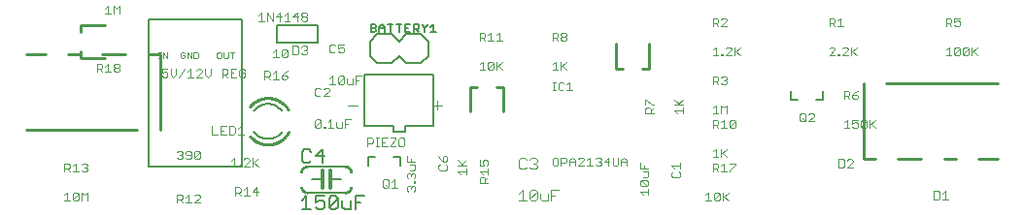
<source format=gto>
G75*
%MOIN*%
%OFA0B0*%
%FSLAX25Y25*%
%IPPOS*%
%LPD*%
%AMOC8*
5,1,8,0,0,1.08239X$1,22.5*
%
%ADD10C,0.00800*%
%ADD11C,0.00600*%
%ADD12C,0.00300*%
%ADD13C,0.00060*%
%ADD14C,0.01200*%
%ADD15C,0.00500*%
%ADD16C,0.00200*%
%ADD17C,0.00400*%
%ADD18C,0.01000*%
D10*
X0148744Y0020906D02*
X0148744Y0024056D01*
X0151106Y0024056D01*
X0157406Y0024056D02*
X0159768Y0024056D01*
X0159768Y0020906D01*
X0293744Y0043544D02*
X0293744Y0046694D01*
X0304768Y0046694D02*
X0304768Y0043544D01*
X0302406Y0043544D01*
X0296106Y0043544D02*
X0293744Y0043544D01*
X0169256Y0058800D02*
X0166756Y0056300D01*
X0161756Y0056300D01*
X0159256Y0058800D01*
X0156756Y0056300D01*
X0151756Y0056300D01*
X0149256Y0058800D01*
X0149256Y0063800D01*
X0151756Y0066300D01*
X0156756Y0066300D01*
X0159256Y0063800D01*
X0161756Y0066300D01*
X0166756Y0066300D01*
X0169256Y0063800D01*
X0169256Y0058800D01*
D11*
X0170182Y0067100D02*
X0171916Y0067100D01*
X0171049Y0067100D02*
X0171049Y0069702D01*
X0170182Y0068835D01*
X0168970Y0069269D02*
X0168970Y0069702D01*
X0168970Y0069269D02*
X0168102Y0068401D01*
X0168102Y0067100D01*
X0168102Y0068401D02*
X0167235Y0069269D01*
X0167235Y0069702D01*
X0166023Y0069269D02*
X0166023Y0068401D01*
X0165590Y0067967D01*
X0164288Y0067967D01*
X0164288Y0067100D02*
X0164288Y0069702D01*
X0165590Y0069702D01*
X0166023Y0069269D01*
X0165156Y0067967D02*
X0166023Y0067100D01*
X0163077Y0067100D02*
X0161342Y0067100D01*
X0161342Y0069702D01*
X0163077Y0069702D01*
X0160130Y0069702D02*
X0158395Y0069702D01*
X0159263Y0069702D02*
X0159263Y0067100D01*
X0161342Y0068401D02*
X0162209Y0068401D01*
X0156316Y0067100D02*
X0156316Y0069702D01*
X0155449Y0069702D02*
X0157184Y0069702D01*
X0154237Y0068835D02*
X0154237Y0067100D01*
X0154237Y0068401D02*
X0152502Y0068401D01*
X0152502Y0068835D02*
X0152502Y0067100D01*
X0151291Y0067534D02*
X0150857Y0067100D01*
X0149556Y0067100D01*
X0149556Y0069702D01*
X0150857Y0069702D01*
X0151291Y0069269D01*
X0151291Y0068835D01*
X0150857Y0068401D01*
X0149556Y0068401D01*
X0150857Y0068401D02*
X0151291Y0067967D01*
X0151291Y0067534D01*
X0152502Y0068835D02*
X0153370Y0069702D01*
X0154237Y0068835D01*
X0114256Y0030300D02*
X0114102Y0030302D01*
X0113948Y0030308D01*
X0113794Y0030318D01*
X0113640Y0030332D01*
X0113487Y0030349D01*
X0113335Y0030371D01*
X0113183Y0030397D01*
X0113031Y0030426D01*
X0112881Y0030460D01*
X0112731Y0030497D01*
X0112583Y0030538D01*
X0112435Y0030583D01*
X0112289Y0030632D01*
X0112144Y0030684D01*
X0112001Y0030740D01*
X0111858Y0030800D01*
X0111718Y0030863D01*
X0111579Y0030930D01*
X0111442Y0031001D01*
X0111307Y0031075D01*
X0111174Y0031152D01*
X0111042Y0031233D01*
X0110913Y0031317D01*
X0110786Y0031405D01*
X0110662Y0031496D01*
X0110540Y0031589D01*
X0110420Y0031687D01*
X0110303Y0031787D01*
X0110188Y0031890D01*
X0110076Y0031996D01*
X0109967Y0032104D01*
X0109861Y0032216D01*
X0109757Y0032330D01*
X0109657Y0032447D01*
X0109559Y0032566D01*
X0109465Y0032688D01*
X0109374Y0032813D01*
X0114256Y0042300D02*
X0114408Y0042298D01*
X0114559Y0042292D01*
X0114710Y0042283D01*
X0114862Y0042269D01*
X0115012Y0042252D01*
X0115162Y0042231D01*
X0115312Y0042206D01*
X0115461Y0042178D01*
X0115609Y0042145D01*
X0115756Y0042109D01*
X0115903Y0042070D01*
X0116048Y0042026D01*
X0116192Y0041979D01*
X0116335Y0041928D01*
X0116476Y0041874D01*
X0116617Y0041816D01*
X0116755Y0041755D01*
X0116892Y0041690D01*
X0117028Y0041621D01*
X0117161Y0041550D01*
X0117293Y0041475D01*
X0117423Y0041396D01*
X0117550Y0041315D01*
X0117676Y0041230D01*
X0117800Y0041142D01*
X0117921Y0041051D01*
X0118040Y0040957D01*
X0118156Y0040859D01*
X0118270Y0040759D01*
X0118382Y0040657D01*
X0118490Y0040551D01*
X0118596Y0040443D01*
X0118700Y0040332D01*
X0118800Y0040218D01*
X0118898Y0040102D01*
X0118992Y0039983D01*
X0114256Y0042300D02*
X0114104Y0042298D01*
X0113953Y0042292D01*
X0113802Y0042283D01*
X0113650Y0042269D01*
X0113500Y0042252D01*
X0113350Y0042231D01*
X0113200Y0042206D01*
X0113051Y0042178D01*
X0112903Y0042145D01*
X0112756Y0042109D01*
X0112609Y0042070D01*
X0112464Y0042026D01*
X0112320Y0041979D01*
X0112177Y0041928D01*
X0112036Y0041874D01*
X0111895Y0041816D01*
X0111757Y0041755D01*
X0111620Y0041690D01*
X0111484Y0041621D01*
X0111351Y0041550D01*
X0111219Y0041475D01*
X0111089Y0041396D01*
X0110962Y0041315D01*
X0110836Y0041230D01*
X0110712Y0041142D01*
X0110591Y0041051D01*
X0110472Y0040957D01*
X0110356Y0040859D01*
X0110242Y0040759D01*
X0110130Y0040657D01*
X0110022Y0040551D01*
X0109916Y0040443D01*
X0109812Y0040332D01*
X0109712Y0040218D01*
X0109614Y0040102D01*
X0109520Y0039983D01*
X0114256Y0030300D02*
X0114406Y0030302D01*
X0114557Y0030308D01*
X0114707Y0030317D01*
X0114856Y0030330D01*
X0115006Y0030347D01*
X0115155Y0030368D01*
X0115303Y0030392D01*
X0115451Y0030420D01*
X0115598Y0030452D01*
X0115744Y0030487D01*
X0115889Y0030527D01*
X0116033Y0030569D01*
X0116176Y0030616D01*
X0116318Y0030666D01*
X0116459Y0030719D01*
X0116598Y0030776D01*
X0116736Y0030836D01*
X0116872Y0030900D01*
X0117006Y0030967D01*
X0117139Y0031038D01*
X0117270Y0031112D01*
X0117399Y0031189D01*
X0117526Y0031270D01*
X0117651Y0031353D01*
X0117774Y0031440D01*
X0117895Y0031529D01*
X0118013Y0031622D01*
X0118129Y0031718D01*
X0118243Y0031816D01*
X0118354Y0031917D01*
X0118463Y0032022D01*
X0118568Y0032128D01*
X0118672Y0032238D01*
X0118772Y0032350D01*
X0118870Y0032464D01*
X0118964Y0032581D01*
X0119056Y0032700D01*
X0127756Y0020800D02*
X0140756Y0020800D01*
X0139256Y0016300D02*
X0135556Y0016300D01*
X0133056Y0016300D02*
X0129256Y0016300D01*
X0127756Y0011800D02*
X0140756Y0011800D01*
D12*
X0046341Y0008950D02*
X0044406Y0008950D01*
X0045373Y0008950D02*
X0045373Y0011852D01*
X0044406Y0010885D01*
X0047352Y0011369D02*
X0047836Y0011852D01*
X0048804Y0011852D01*
X0049287Y0011369D01*
X0047352Y0009434D01*
X0047836Y0008950D01*
X0048804Y0008950D01*
X0049287Y0009434D01*
X0049287Y0011369D01*
X0050299Y0011852D02*
X0051266Y0010885D01*
X0052234Y0011852D01*
X0052234Y0008950D01*
X0050299Y0008950D02*
X0050299Y0011852D01*
X0047352Y0011369D02*
X0047352Y0009434D01*
X0083066Y0009217D02*
X0084518Y0009217D01*
X0085001Y0009701D01*
X0085001Y0010669D01*
X0084518Y0011152D01*
X0083066Y0011152D01*
X0083066Y0008250D01*
X0084034Y0009217D02*
X0085001Y0008250D01*
X0086013Y0008250D02*
X0087948Y0008250D01*
X0086980Y0008250D02*
X0086980Y0011152D01*
X0086013Y0010185D01*
X0088959Y0010669D02*
X0089443Y0011152D01*
X0090411Y0011152D01*
X0090894Y0010669D01*
X0090894Y0010185D01*
X0088959Y0008250D01*
X0090894Y0008250D01*
X0103066Y0010750D02*
X0103066Y0013652D01*
X0104518Y0013652D01*
X0105001Y0013169D01*
X0105001Y0012201D01*
X0104518Y0011717D01*
X0103066Y0011717D01*
X0104034Y0011717D02*
X0105001Y0010750D01*
X0106013Y0010750D02*
X0107948Y0010750D01*
X0106980Y0010750D02*
X0106980Y0013652D01*
X0106013Y0012685D01*
X0108959Y0012201D02*
X0110894Y0012201D01*
X0110411Y0010750D02*
X0110411Y0013652D01*
X0108959Y0012201D01*
X0108959Y0020750D02*
X0108959Y0023652D01*
X0107948Y0023169D02*
X0107464Y0023652D01*
X0106497Y0023652D01*
X0106013Y0023169D01*
X0107948Y0023169D02*
X0107948Y0022685D01*
X0106013Y0020750D01*
X0107948Y0020750D01*
X0108959Y0021717D02*
X0110894Y0023652D01*
X0109443Y0022201D02*
X0110894Y0020750D01*
X0105023Y0020750D02*
X0104540Y0020750D01*
X0104540Y0021234D01*
X0105023Y0021234D01*
X0105023Y0020750D01*
X0103528Y0020750D02*
X0101593Y0020750D01*
X0102561Y0020750D02*
X0102561Y0023652D01*
X0101593Y0022685D01*
X0090894Y0023734D02*
X0090411Y0023250D01*
X0089443Y0023250D01*
X0088959Y0023734D01*
X0090894Y0025669D01*
X0090894Y0023734D01*
X0088959Y0023734D02*
X0088959Y0025669D01*
X0089443Y0026152D01*
X0090411Y0026152D01*
X0090894Y0025669D01*
X0087948Y0025669D02*
X0087464Y0026152D01*
X0086497Y0026152D01*
X0086013Y0025669D01*
X0086013Y0025185D01*
X0086497Y0024701D01*
X0087948Y0024701D01*
X0087948Y0023734D02*
X0087948Y0025669D01*
X0085001Y0025669D02*
X0085001Y0025185D01*
X0084518Y0024701D01*
X0085001Y0024217D01*
X0085001Y0023734D01*
X0084518Y0023250D01*
X0083550Y0023250D01*
X0083066Y0023734D01*
X0084034Y0024701D02*
X0084518Y0024701D01*
X0086013Y0023734D02*
X0086497Y0023250D01*
X0087464Y0023250D01*
X0087948Y0023734D01*
X0085001Y0025669D02*
X0084518Y0026152D01*
X0083550Y0026152D01*
X0083066Y0025669D01*
X0095120Y0031750D02*
X0097055Y0031750D01*
X0098066Y0031750D02*
X0100001Y0031750D01*
X0101013Y0031750D02*
X0102464Y0031750D01*
X0102948Y0032234D01*
X0102948Y0034169D01*
X0102464Y0034652D01*
X0101013Y0034652D01*
X0101013Y0031750D01*
X0103959Y0031750D02*
X0105894Y0031750D01*
X0104927Y0031750D02*
X0104927Y0034652D01*
X0103959Y0033685D01*
X0100001Y0034652D02*
X0098066Y0034652D01*
X0098066Y0031750D01*
X0095120Y0031750D02*
X0095120Y0034652D01*
X0098066Y0033201D02*
X0099034Y0033201D01*
X0130469Y0034453D02*
X0132404Y0036388D01*
X0132404Y0034453D01*
X0131920Y0033970D01*
X0130953Y0033970D01*
X0130469Y0034453D01*
X0130469Y0036388D01*
X0130953Y0036872D01*
X0131920Y0036872D01*
X0132404Y0036388D01*
X0134889Y0035905D02*
X0135856Y0036872D01*
X0135856Y0033970D01*
X0134889Y0033970D02*
X0136824Y0033970D01*
X0137835Y0034453D02*
X0138319Y0033970D01*
X0139770Y0033970D01*
X0139770Y0035905D01*
X0140782Y0035421D02*
X0141749Y0035421D01*
X0140782Y0033970D02*
X0140782Y0036872D01*
X0142717Y0036872D01*
X0137835Y0035905D02*
X0137835Y0034453D01*
X0133899Y0034453D02*
X0133899Y0033970D01*
X0133415Y0033970D01*
X0133415Y0034453D01*
X0133899Y0034453D01*
X0148382Y0030573D02*
X0149834Y0030573D01*
X0150317Y0030089D01*
X0150317Y0029122D01*
X0149834Y0028638D01*
X0148382Y0028638D01*
X0148382Y0027670D02*
X0148382Y0030573D01*
X0151329Y0030573D02*
X0152296Y0030573D01*
X0151813Y0030573D02*
X0151813Y0027670D01*
X0152296Y0027670D02*
X0151329Y0027670D01*
X0153293Y0027670D02*
X0155228Y0027670D01*
X0156240Y0027670D02*
X0158175Y0027670D01*
X0159186Y0028154D02*
X0159670Y0027670D01*
X0160637Y0027670D01*
X0161121Y0028154D01*
X0161121Y0030089D01*
X0160637Y0030573D01*
X0159670Y0030573D01*
X0159186Y0030089D01*
X0159186Y0028154D01*
X0158175Y0030089D02*
X0156240Y0028154D01*
X0156240Y0027670D01*
X0153293Y0027670D02*
X0153293Y0030573D01*
X0155228Y0030573D01*
X0156240Y0030573D02*
X0158175Y0030573D01*
X0158175Y0030089D01*
X0154261Y0029122D02*
X0153293Y0029122D01*
X0161923Y0024375D02*
X0161923Y0022440D01*
X0164826Y0022440D01*
X0163374Y0022440D02*
X0163374Y0023408D01*
X0172848Y0024375D02*
X0173332Y0023408D01*
X0174300Y0022440D01*
X0174300Y0023892D01*
X0174783Y0024375D01*
X0175267Y0024375D01*
X0175751Y0023892D01*
X0175751Y0022924D01*
X0175267Y0022440D01*
X0174300Y0022440D01*
X0179403Y0022938D02*
X0181338Y0021003D01*
X0180855Y0021487D02*
X0182306Y0022938D01*
X0186903Y0022938D02*
X0186903Y0021003D01*
X0188355Y0021003D01*
X0187871Y0021971D01*
X0187871Y0022455D01*
X0188355Y0022938D01*
X0189322Y0022938D01*
X0189806Y0022455D01*
X0189806Y0021487D01*
X0189322Y0021003D01*
X0189806Y0019992D02*
X0189806Y0018057D01*
X0189806Y0017045D02*
X0188838Y0016078D01*
X0188838Y0016562D02*
X0188838Y0015110D01*
X0189806Y0015110D02*
X0186903Y0015110D01*
X0186903Y0016562D01*
X0187387Y0017045D01*
X0188355Y0017045D01*
X0188838Y0016562D01*
X0187871Y0018057D02*
X0186903Y0019024D01*
X0189806Y0019024D01*
X0182306Y0019024D02*
X0179403Y0019024D01*
X0180371Y0018057D01*
X0182306Y0018057D02*
X0182306Y0019992D01*
X0182306Y0021003D02*
X0179403Y0021003D01*
X0175751Y0020945D02*
X0175751Y0019978D01*
X0175267Y0019494D01*
X0173332Y0019494D01*
X0172848Y0019978D01*
X0172848Y0020945D01*
X0173332Y0021429D01*
X0175267Y0021429D02*
X0175751Y0020945D01*
X0164826Y0021429D02*
X0164826Y0019978D01*
X0164342Y0019494D01*
X0162891Y0019494D01*
X0162891Y0018482D02*
X0163374Y0017999D01*
X0163858Y0018482D01*
X0164342Y0018482D01*
X0164826Y0017999D01*
X0164826Y0017031D01*
X0164342Y0016547D01*
X0163374Y0017515D02*
X0163374Y0017999D01*
X0162891Y0018482D02*
X0162407Y0018482D01*
X0161923Y0017999D01*
X0161923Y0017031D01*
X0162407Y0016547D01*
X0164342Y0015558D02*
X0164826Y0015558D01*
X0164826Y0015074D01*
X0164342Y0015074D01*
X0164342Y0015558D01*
X0164342Y0014063D02*
X0164826Y0013579D01*
X0164826Y0012611D01*
X0164342Y0012128D01*
X0163374Y0013095D02*
X0163374Y0013579D01*
X0163858Y0014063D01*
X0164342Y0014063D01*
X0163374Y0013579D02*
X0162891Y0014063D01*
X0162407Y0014063D01*
X0161923Y0013579D01*
X0161923Y0012611D01*
X0162407Y0012128D01*
X0158537Y0013450D02*
X0156602Y0013450D01*
X0157570Y0013450D02*
X0157570Y0016352D01*
X0156602Y0015385D01*
X0155591Y0015869D02*
X0155591Y0013934D01*
X0155107Y0013450D01*
X0154140Y0013450D01*
X0153656Y0013934D01*
X0153656Y0015869D01*
X0154140Y0016352D01*
X0155107Y0016352D01*
X0155591Y0015869D01*
X0154623Y0014417D02*
X0155591Y0013450D01*
X0162891Y0021429D02*
X0164826Y0021429D01*
X0200469Y0020512D02*
X0201086Y0019895D01*
X0202320Y0019895D01*
X0202938Y0020512D01*
X0204152Y0020512D02*
X0204769Y0019895D01*
X0206004Y0019895D01*
X0206621Y0020512D01*
X0206621Y0021129D01*
X0206004Y0021746D01*
X0205386Y0021746D01*
X0206004Y0021746D02*
X0206621Y0022364D01*
X0206621Y0022981D01*
X0206004Y0023598D01*
X0204769Y0023598D01*
X0204152Y0022981D01*
X0202938Y0022981D02*
X0202320Y0023598D01*
X0201086Y0023598D01*
X0200469Y0022981D01*
X0200469Y0020512D01*
X0211906Y0021434D02*
X0212390Y0020950D01*
X0213357Y0020950D01*
X0213841Y0021434D01*
X0213841Y0023369D01*
X0213357Y0023852D01*
X0212390Y0023852D01*
X0211906Y0023369D01*
X0211906Y0021434D01*
X0214852Y0021917D02*
X0216304Y0021917D01*
X0216787Y0022401D01*
X0216787Y0023369D01*
X0216304Y0023852D01*
X0214852Y0023852D01*
X0214852Y0020950D01*
X0217799Y0020950D02*
X0217799Y0022885D01*
X0218766Y0023852D01*
X0219734Y0022885D01*
X0219734Y0020950D01*
X0220745Y0020950D02*
X0222680Y0022885D01*
X0222680Y0023369D01*
X0222197Y0023852D01*
X0221229Y0023852D01*
X0220745Y0023369D01*
X0219734Y0022401D02*
X0217799Y0022401D01*
X0220745Y0020950D02*
X0222680Y0020950D01*
X0223692Y0020950D02*
X0225627Y0020950D01*
X0224659Y0020950D02*
X0224659Y0023852D01*
X0223692Y0022885D01*
X0226638Y0023369D02*
X0227122Y0023852D01*
X0228090Y0023852D01*
X0228573Y0023369D01*
X0228573Y0022885D01*
X0228090Y0022401D01*
X0228573Y0021917D01*
X0228573Y0021434D01*
X0228090Y0020950D01*
X0227122Y0020950D01*
X0226638Y0021434D01*
X0231036Y0020950D02*
X0231036Y0023852D01*
X0229585Y0022401D01*
X0231520Y0022401D01*
X0232532Y0021434D02*
X0232532Y0023852D01*
X0234467Y0023852D02*
X0234467Y0021434D01*
X0233983Y0020950D01*
X0233015Y0020950D01*
X0232532Y0021434D01*
X0235478Y0020950D02*
X0235478Y0022885D01*
X0236446Y0023852D01*
X0237413Y0022885D01*
X0237413Y0020950D01*
X0237413Y0022401D02*
X0235478Y0022401D01*
X0241923Y0021875D02*
X0241923Y0019940D01*
X0244826Y0019940D01*
X0243374Y0019940D02*
X0243374Y0020908D01*
X0252848Y0020908D02*
X0255751Y0020908D01*
X0255751Y0021875D02*
X0255751Y0019940D01*
X0253816Y0019940D02*
X0252848Y0020908D01*
X0253332Y0018929D02*
X0252848Y0018445D01*
X0252848Y0017478D01*
X0253332Y0016994D01*
X0255267Y0016994D01*
X0255751Y0017478D01*
X0255751Y0018445D01*
X0255267Y0018929D01*
X0244826Y0018929D02*
X0244826Y0017478D01*
X0244342Y0016994D01*
X0242891Y0016994D01*
X0242407Y0015982D02*
X0244342Y0014047D01*
X0244826Y0014531D01*
X0244826Y0015499D01*
X0244342Y0015982D01*
X0242407Y0015982D01*
X0241923Y0015499D01*
X0241923Y0014531D01*
X0242407Y0014047D01*
X0244342Y0014047D01*
X0244826Y0013036D02*
X0244826Y0011101D01*
X0244826Y0012068D02*
X0241923Y0012068D01*
X0242891Y0011101D01*
X0264406Y0010885D02*
X0265373Y0011852D01*
X0265373Y0008950D01*
X0264406Y0008950D02*
X0266341Y0008950D01*
X0267352Y0009434D02*
X0267836Y0008950D01*
X0268804Y0008950D01*
X0269287Y0009434D01*
X0269287Y0011369D01*
X0267352Y0009434D01*
X0267352Y0011369D01*
X0267836Y0011852D01*
X0268804Y0011852D01*
X0269287Y0011369D01*
X0270299Y0011852D02*
X0270299Y0008950D01*
X0270783Y0010401D02*
X0272234Y0008950D01*
X0270299Y0009917D02*
X0272234Y0011852D01*
X0271787Y0018950D02*
X0269852Y0018950D01*
X0270820Y0018950D02*
X0270820Y0021852D01*
X0269852Y0020885D01*
X0268841Y0021369D02*
X0268841Y0020401D01*
X0268357Y0019917D01*
X0266906Y0019917D01*
X0267873Y0019917D02*
X0268841Y0018950D01*
X0266906Y0018950D02*
X0266906Y0021852D01*
X0268357Y0021852D01*
X0268841Y0021369D01*
X0272799Y0021852D02*
X0274734Y0021852D01*
X0274734Y0021369D01*
X0272799Y0019434D01*
X0272799Y0018950D01*
X0271787Y0023950D02*
X0270336Y0025401D01*
X0269852Y0024917D02*
X0271787Y0026852D01*
X0269852Y0026852D02*
X0269852Y0023950D01*
X0268841Y0023950D02*
X0266906Y0023950D01*
X0267873Y0023950D02*
X0267873Y0026852D01*
X0266906Y0025885D01*
X0244826Y0018929D02*
X0242891Y0018929D01*
X0228090Y0022401D02*
X0227606Y0022401D01*
X0213987Y0012673D02*
X0211518Y0012673D01*
X0211518Y0008970D01*
X0210304Y0008970D02*
X0210304Y0011438D01*
X0211518Y0010821D02*
X0212753Y0010821D01*
X0207835Y0011438D02*
X0207835Y0009587D01*
X0208452Y0008970D01*
X0210304Y0008970D01*
X0206621Y0009587D02*
X0206004Y0008970D01*
X0204769Y0008970D01*
X0204152Y0009587D01*
X0206621Y0012056D01*
X0206621Y0009587D01*
X0204152Y0009587D02*
X0204152Y0012056D01*
X0204769Y0012673D01*
X0206004Y0012673D01*
X0206621Y0012056D01*
X0201703Y0012673D02*
X0200469Y0011438D01*
X0201703Y0012673D02*
X0201703Y0008970D01*
X0200469Y0008970D02*
X0202938Y0008970D01*
X0310075Y0020387D02*
X0311526Y0020387D01*
X0312010Y0020871D01*
X0312010Y0022806D01*
X0311526Y0023289D01*
X0310075Y0023289D01*
X0310075Y0020387D01*
X0313022Y0020387D02*
X0314957Y0022322D01*
X0314957Y0022806D01*
X0314473Y0023289D01*
X0313505Y0023289D01*
X0313022Y0022806D01*
X0313022Y0020387D02*
X0314957Y0020387D01*
X0342844Y0012215D02*
X0344295Y0012215D01*
X0344779Y0011732D01*
X0344779Y0009797D01*
X0344295Y0009313D01*
X0342844Y0009313D01*
X0342844Y0012215D01*
X0345790Y0011248D02*
X0346758Y0012215D01*
X0346758Y0009313D01*
X0347725Y0009313D02*
X0345790Y0009313D01*
X0322680Y0033950D02*
X0321229Y0035401D01*
X0320745Y0034917D02*
X0322680Y0036852D01*
X0320745Y0036852D02*
X0320745Y0033950D01*
X0319734Y0034434D02*
X0319250Y0033950D01*
X0318283Y0033950D01*
X0317799Y0034434D01*
X0319734Y0036369D01*
X0319734Y0034434D01*
X0317799Y0034434D02*
X0317799Y0036369D01*
X0318283Y0036852D01*
X0319250Y0036852D01*
X0319734Y0036369D01*
X0316787Y0036852D02*
X0314852Y0036852D01*
X0314852Y0035401D01*
X0315820Y0035885D01*
X0316304Y0035885D01*
X0316787Y0035401D01*
X0316787Y0034434D01*
X0316304Y0033950D01*
X0315336Y0033950D01*
X0314852Y0034434D01*
X0313841Y0033950D02*
X0311906Y0033950D01*
X0312873Y0033950D02*
X0312873Y0036852D01*
X0311906Y0035885D01*
X0301644Y0036250D02*
X0299709Y0036250D01*
X0301644Y0038185D01*
X0301644Y0038669D01*
X0301161Y0039152D01*
X0300193Y0039152D01*
X0299709Y0038669D01*
X0298698Y0038669D02*
X0298698Y0036734D01*
X0298214Y0036250D01*
X0297247Y0036250D01*
X0296763Y0036734D01*
X0296763Y0038669D01*
X0297247Y0039152D01*
X0298214Y0039152D01*
X0298698Y0038669D01*
X0297730Y0037217D02*
X0298698Y0036250D01*
X0274734Y0036369D02*
X0274734Y0034434D01*
X0274250Y0033950D01*
X0273283Y0033950D01*
X0272799Y0034434D01*
X0274734Y0036369D01*
X0274250Y0036852D01*
X0273283Y0036852D01*
X0272799Y0036369D01*
X0272799Y0034434D01*
X0271787Y0033950D02*
X0269852Y0033950D01*
X0270820Y0033950D02*
X0270820Y0036852D01*
X0269852Y0035885D01*
X0268841Y0036369D02*
X0268841Y0035401D01*
X0268357Y0034917D01*
X0266906Y0034917D01*
X0266906Y0033950D02*
X0266906Y0036852D01*
X0268357Y0036852D01*
X0268841Y0036369D01*
X0267873Y0034917D02*
X0268841Y0033950D01*
X0268841Y0038950D02*
X0266906Y0038950D01*
X0267873Y0038950D02*
X0267873Y0041852D01*
X0266906Y0040885D01*
X0269852Y0041852D02*
X0270820Y0040885D01*
X0271787Y0041852D01*
X0271787Y0038950D01*
X0269852Y0038950D02*
X0269852Y0041852D01*
X0256606Y0041897D02*
X0253703Y0041897D01*
X0255155Y0042380D02*
X0256606Y0043831D01*
X0255638Y0041897D02*
X0253703Y0043831D01*
X0246606Y0041897D02*
X0246122Y0041897D01*
X0244187Y0043831D01*
X0243703Y0043831D01*
X0243703Y0041897D01*
X0244187Y0040885D02*
X0245155Y0040885D01*
X0245638Y0040401D01*
X0245638Y0038950D01*
X0245638Y0039917D02*
X0246606Y0040885D01*
X0244187Y0040885D02*
X0243703Y0040401D01*
X0243703Y0038950D01*
X0246606Y0038950D01*
X0253703Y0039917D02*
X0254671Y0038950D01*
X0253703Y0039917D02*
X0256606Y0039917D01*
X0256606Y0038950D02*
X0256606Y0040885D01*
X0218752Y0046950D02*
X0216817Y0046950D01*
X0217784Y0046950D02*
X0217784Y0049852D01*
X0216817Y0048885D01*
X0215805Y0049369D02*
X0215321Y0049852D01*
X0214354Y0049852D01*
X0213870Y0049369D01*
X0213870Y0047434D01*
X0214354Y0046950D01*
X0215321Y0046950D01*
X0215805Y0047434D01*
X0212873Y0046950D02*
X0211906Y0046950D01*
X0212390Y0046950D02*
X0212390Y0049852D01*
X0212873Y0049852D02*
X0211906Y0049852D01*
X0211906Y0053950D02*
X0213841Y0053950D01*
X0212873Y0053950D02*
X0212873Y0056852D01*
X0211906Y0055885D01*
X0214852Y0056852D02*
X0214852Y0053950D01*
X0214852Y0054917D02*
X0216787Y0056852D01*
X0215336Y0055401D02*
X0216787Y0053950D01*
X0194734Y0053950D02*
X0193283Y0055401D01*
X0192799Y0054917D02*
X0194734Y0056852D01*
X0192799Y0056852D02*
X0192799Y0053950D01*
X0191787Y0054434D02*
X0191304Y0053950D01*
X0190336Y0053950D01*
X0189852Y0054434D01*
X0191787Y0056369D01*
X0191787Y0054434D01*
X0189852Y0054434D02*
X0189852Y0056369D01*
X0190336Y0056852D01*
X0191304Y0056852D01*
X0191787Y0056369D01*
X0187873Y0056852D02*
X0186906Y0055885D01*
X0187873Y0056852D02*
X0187873Y0053950D01*
X0186906Y0053950D02*
X0188841Y0053950D01*
X0146243Y0051872D02*
X0144308Y0051872D01*
X0144308Y0048970D01*
X0143297Y0048970D02*
X0143297Y0050905D01*
X0144308Y0050421D02*
X0145276Y0050421D01*
X0141362Y0050905D02*
X0141362Y0049453D01*
X0141846Y0048970D01*
X0143297Y0048970D01*
X0140350Y0049453D02*
X0139867Y0048970D01*
X0138899Y0048970D01*
X0138415Y0049453D01*
X0140350Y0051388D01*
X0140350Y0049453D01*
X0138415Y0049453D02*
X0138415Y0051388D01*
X0138899Y0051872D01*
X0139867Y0051872D01*
X0140350Y0051388D01*
X0136436Y0051872D02*
X0135469Y0050905D01*
X0136436Y0051872D02*
X0136436Y0048970D01*
X0135469Y0048970D02*
X0137404Y0048970D01*
X0135350Y0047314D02*
X0134867Y0047797D01*
X0133899Y0047797D01*
X0133415Y0047314D01*
X0132404Y0047314D02*
X0131920Y0047797D01*
X0130953Y0047797D01*
X0130469Y0047314D01*
X0130469Y0045379D01*
X0130953Y0044895D01*
X0131920Y0044895D01*
X0132404Y0045379D01*
X0133415Y0044895D02*
X0135350Y0046830D01*
X0135350Y0047314D01*
X0135350Y0044895D02*
X0133415Y0044895D01*
X0120894Y0051234D02*
X0120411Y0050750D01*
X0119443Y0050750D01*
X0118959Y0051234D01*
X0118959Y0052201D01*
X0120411Y0052201D01*
X0120894Y0051717D01*
X0120894Y0051234D01*
X0119927Y0053169D02*
X0118959Y0052201D01*
X0119927Y0053169D02*
X0120894Y0053652D01*
X0116980Y0053652D02*
X0116013Y0052685D01*
X0115001Y0053169D02*
X0115001Y0052201D01*
X0114518Y0051717D01*
X0113066Y0051717D01*
X0113066Y0050750D02*
X0113066Y0053652D01*
X0114518Y0053652D01*
X0115001Y0053169D01*
X0116980Y0053652D02*
X0116980Y0050750D01*
X0116013Y0050750D02*
X0117948Y0050750D01*
X0115001Y0050750D02*
X0114034Y0051717D01*
X0116013Y0058250D02*
X0117948Y0058250D01*
X0116980Y0058250D02*
X0116980Y0061152D01*
X0116013Y0060185D01*
X0118959Y0060669D02*
X0118959Y0058734D01*
X0120894Y0060669D01*
X0120894Y0058734D01*
X0120411Y0058250D01*
X0119443Y0058250D01*
X0118959Y0058734D01*
X0122844Y0059313D02*
X0124295Y0059313D01*
X0124779Y0059797D01*
X0124779Y0061732D01*
X0124295Y0062215D01*
X0122844Y0062215D01*
X0122844Y0059313D01*
X0125790Y0059797D02*
X0126274Y0059313D01*
X0127241Y0059313D01*
X0127725Y0059797D01*
X0127725Y0060280D01*
X0127241Y0060764D01*
X0126758Y0060764D01*
X0127241Y0060764D02*
X0127725Y0061248D01*
X0127725Y0061732D01*
X0127241Y0062215D01*
X0126274Y0062215D01*
X0125790Y0061732D01*
X0120894Y0060669D02*
X0120411Y0061152D01*
X0119443Y0061152D01*
X0118959Y0060669D01*
X0135469Y0060379D02*
X0135953Y0059895D01*
X0136920Y0059895D01*
X0137404Y0060379D01*
X0138415Y0060379D02*
X0138899Y0059895D01*
X0139867Y0059895D01*
X0140350Y0060379D01*
X0140350Y0061346D01*
X0139867Y0061830D01*
X0139383Y0061830D01*
X0138415Y0061346D01*
X0138415Y0062797D01*
X0140350Y0062797D01*
X0137404Y0062314D02*
X0136920Y0062797D01*
X0135953Y0062797D01*
X0135469Y0062314D01*
X0135469Y0060379D01*
X0127241Y0070805D02*
X0126274Y0070805D01*
X0125790Y0071289D01*
X0125790Y0071773D01*
X0126274Y0072256D01*
X0127241Y0072256D01*
X0127725Y0071773D01*
X0127725Y0071289D01*
X0127241Y0070805D01*
X0124295Y0070805D02*
X0124295Y0073708D01*
X0122844Y0072256D01*
X0124779Y0072256D01*
X0125790Y0072740D02*
X0126274Y0072256D01*
X0125790Y0072740D02*
X0125790Y0073224D01*
X0126274Y0073708D01*
X0127241Y0073708D01*
X0127725Y0073224D01*
X0127725Y0072740D01*
X0127241Y0072256D01*
X0121832Y0070805D02*
X0119897Y0070805D01*
X0120865Y0070805D02*
X0120865Y0073708D01*
X0119897Y0072740D01*
X0118886Y0072256D02*
X0116951Y0072256D01*
X0118402Y0073708D01*
X0118402Y0070805D01*
X0115939Y0070805D02*
X0115939Y0073708D01*
X0114004Y0073708D02*
X0115939Y0070805D01*
X0114004Y0070805D02*
X0114004Y0073708D01*
X0112025Y0073708D02*
X0112025Y0070805D01*
X0111058Y0070805D02*
X0112992Y0070805D01*
X0111058Y0072740D02*
X0112025Y0073708D01*
X0063394Y0073250D02*
X0063394Y0076152D01*
X0062427Y0075185D01*
X0061459Y0076152D01*
X0061459Y0073250D01*
X0060448Y0073250D02*
X0058513Y0073250D01*
X0059480Y0073250D02*
X0059480Y0076152D01*
X0058513Y0075185D01*
X0059480Y0056152D02*
X0059480Y0053250D01*
X0058513Y0053250D02*
X0060448Y0053250D01*
X0061459Y0053734D02*
X0061943Y0053250D01*
X0062911Y0053250D01*
X0063394Y0053734D01*
X0063394Y0054217D01*
X0062911Y0054701D01*
X0061943Y0054701D01*
X0061459Y0055185D01*
X0061459Y0055669D01*
X0061943Y0056152D01*
X0062911Y0056152D01*
X0063394Y0055669D01*
X0063394Y0055185D01*
X0062911Y0054701D01*
X0061943Y0054701D02*
X0061459Y0054217D01*
X0061459Y0053734D01*
X0059480Y0056152D02*
X0058513Y0055185D01*
X0057501Y0055669D02*
X0057501Y0054701D01*
X0057018Y0054217D01*
X0055566Y0054217D01*
X0055566Y0053250D02*
X0055566Y0056152D01*
X0057018Y0056152D01*
X0057501Y0055669D01*
X0056534Y0054217D02*
X0057501Y0053250D01*
X0186906Y0063950D02*
X0186906Y0066852D01*
X0188357Y0066852D01*
X0188841Y0066369D01*
X0188841Y0065401D01*
X0188357Y0064917D01*
X0186906Y0064917D01*
X0187873Y0064917D02*
X0188841Y0063950D01*
X0189852Y0063950D02*
X0191787Y0063950D01*
X0190820Y0063950D02*
X0190820Y0066852D01*
X0189852Y0065885D01*
X0192799Y0065885D02*
X0193766Y0066852D01*
X0193766Y0063950D01*
X0192799Y0063950D02*
X0194734Y0063950D01*
X0211906Y0063950D02*
X0211906Y0066852D01*
X0213357Y0066852D01*
X0213841Y0066369D01*
X0213841Y0065401D01*
X0213357Y0064917D01*
X0211906Y0064917D01*
X0212873Y0064917D02*
X0213841Y0063950D01*
X0214852Y0064434D02*
X0214852Y0064917D01*
X0215336Y0065401D01*
X0216304Y0065401D01*
X0216787Y0064917D01*
X0216787Y0064434D01*
X0216304Y0063950D01*
X0215336Y0063950D01*
X0214852Y0064434D01*
X0215336Y0065401D02*
X0214852Y0065885D01*
X0214852Y0066369D01*
X0215336Y0066852D01*
X0216304Y0066852D01*
X0216787Y0066369D01*
X0216787Y0065885D01*
X0216304Y0065401D01*
X0266906Y0068950D02*
X0266906Y0071852D01*
X0268357Y0071852D01*
X0268841Y0071369D01*
X0268841Y0070401D01*
X0268357Y0069917D01*
X0266906Y0069917D01*
X0267873Y0069917D02*
X0268841Y0068950D01*
X0269852Y0068950D02*
X0271787Y0070885D01*
X0271787Y0071369D01*
X0271304Y0071852D01*
X0270336Y0071852D01*
X0269852Y0071369D01*
X0269852Y0068950D02*
X0271787Y0068950D01*
X0271809Y0061852D02*
X0271326Y0061369D01*
X0271809Y0061852D02*
X0272777Y0061852D01*
X0273261Y0061369D01*
X0273261Y0060885D01*
X0271326Y0058950D01*
X0273261Y0058950D01*
X0274272Y0058950D02*
X0274272Y0061852D01*
X0274756Y0060401D02*
X0276207Y0058950D01*
X0274272Y0059917D02*
X0276207Y0061852D01*
X0267873Y0061852D02*
X0266906Y0060885D01*
X0267873Y0061852D02*
X0267873Y0058950D01*
X0266906Y0058950D02*
X0268841Y0058950D01*
X0269852Y0058950D02*
X0270336Y0058950D01*
X0270336Y0059434D01*
X0269852Y0059434D01*
X0269852Y0058950D01*
X0270336Y0051852D02*
X0271304Y0051852D01*
X0271787Y0051369D01*
X0271787Y0050885D01*
X0271304Y0050401D01*
X0271787Y0049917D01*
X0271787Y0049434D01*
X0271304Y0048950D01*
X0270336Y0048950D01*
X0269852Y0049434D01*
X0268841Y0048950D02*
X0267873Y0049917D01*
X0268357Y0049917D02*
X0266906Y0049917D01*
X0266906Y0048950D02*
X0266906Y0051852D01*
X0268357Y0051852D01*
X0268841Y0051369D01*
X0268841Y0050401D01*
X0268357Y0049917D01*
X0270820Y0050401D02*
X0271304Y0050401D01*
X0270336Y0051852D02*
X0269852Y0051369D01*
X0306906Y0058950D02*
X0308841Y0060885D01*
X0308841Y0061369D01*
X0308357Y0061852D01*
X0307390Y0061852D01*
X0306906Y0061369D01*
X0311326Y0061369D02*
X0311809Y0061852D01*
X0312777Y0061852D01*
X0313261Y0061369D01*
X0313261Y0060885D01*
X0311326Y0058950D01*
X0313261Y0058950D01*
X0314272Y0058950D02*
X0314272Y0061852D01*
X0314756Y0060401D02*
X0316207Y0058950D01*
X0314272Y0059917D02*
X0316207Y0061852D01*
X0310336Y0059434D02*
X0310336Y0058950D01*
X0309852Y0058950D01*
X0309852Y0059434D01*
X0310336Y0059434D01*
X0308841Y0058950D02*
X0306906Y0058950D01*
X0346906Y0058950D02*
X0348841Y0058950D01*
X0347873Y0058950D02*
X0347873Y0061852D01*
X0346906Y0060885D01*
X0349852Y0061369D02*
X0350336Y0061852D01*
X0351304Y0061852D01*
X0351787Y0061369D01*
X0349852Y0059434D01*
X0350336Y0058950D01*
X0351304Y0058950D01*
X0351787Y0059434D01*
X0351787Y0061369D01*
X0352799Y0061369D02*
X0353283Y0061852D01*
X0354250Y0061852D01*
X0354734Y0061369D01*
X0352799Y0059434D01*
X0353283Y0058950D01*
X0354250Y0058950D01*
X0354734Y0059434D01*
X0354734Y0061369D01*
X0355745Y0061852D02*
X0355745Y0058950D01*
X0355745Y0059917D02*
X0357680Y0061852D01*
X0356229Y0060401D02*
X0357680Y0058950D01*
X0352799Y0059434D02*
X0352799Y0061369D01*
X0349852Y0061369D02*
X0349852Y0059434D01*
X0350336Y0068950D02*
X0349852Y0069434D01*
X0350336Y0068950D02*
X0351304Y0068950D01*
X0351787Y0069434D01*
X0351787Y0070401D01*
X0351304Y0070885D01*
X0350820Y0070885D01*
X0349852Y0070401D01*
X0349852Y0071852D01*
X0351787Y0071852D01*
X0348841Y0071369D02*
X0348841Y0070401D01*
X0348357Y0069917D01*
X0346906Y0069917D01*
X0346906Y0068950D02*
X0346906Y0071852D01*
X0348357Y0071852D01*
X0348841Y0071369D01*
X0347873Y0069917D02*
X0348841Y0068950D01*
X0311787Y0068950D02*
X0309852Y0068950D01*
X0310820Y0068950D02*
X0310820Y0071852D01*
X0309852Y0070885D01*
X0308841Y0071369D02*
X0308841Y0070401D01*
X0308357Y0069917D01*
X0306906Y0069917D01*
X0306906Y0068950D02*
X0306906Y0071852D01*
X0308357Y0071852D01*
X0308841Y0071369D01*
X0307873Y0069917D02*
X0308841Y0068950D01*
X0311906Y0046852D02*
X0313357Y0046852D01*
X0313841Y0046369D01*
X0313841Y0045401D01*
X0313357Y0044917D01*
X0311906Y0044917D01*
X0311906Y0043950D02*
X0311906Y0046852D01*
X0314852Y0045401D02*
X0315820Y0046369D01*
X0316787Y0046852D01*
X0316304Y0045401D02*
X0314852Y0045401D01*
X0314852Y0044434D01*
X0315336Y0043950D01*
X0316304Y0043950D01*
X0316787Y0044434D01*
X0316787Y0044917D01*
X0316304Y0045401D01*
X0313841Y0043950D02*
X0312873Y0044917D01*
X0052234Y0021369D02*
X0052234Y0020885D01*
X0051750Y0020401D01*
X0052234Y0019917D01*
X0052234Y0019434D01*
X0051750Y0018950D01*
X0050783Y0018950D01*
X0050299Y0019434D01*
X0049287Y0018950D02*
X0047352Y0018950D01*
X0048320Y0018950D02*
X0048320Y0021852D01*
X0047352Y0020885D01*
X0046341Y0021369D02*
X0046341Y0020401D01*
X0045857Y0019917D01*
X0044406Y0019917D01*
X0045373Y0019917D02*
X0046341Y0018950D01*
X0044406Y0018950D02*
X0044406Y0021852D01*
X0045857Y0021852D01*
X0046341Y0021369D01*
X0050299Y0021369D02*
X0050783Y0021852D01*
X0051750Y0021852D01*
X0052234Y0021369D01*
X0051750Y0020401D02*
X0051266Y0020401D01*
D13*
X0127727Y0021069D02*
X0127727Y0020529D01*
X0127726Y0020530D02*
X0127646Y0020526D01*
X0127565Y0020519D01*
X0127486Y0020509D01*
X0127406Y0020494D01*
X0127328Y0020476D01*
X0127250Y0020454D01*
X0127174Y0020429D01*
X0127099Y0020400D01*
X0127025Y0020368D01*
X0126953Y0020332D01*
X0126882Y0020293D01*
X0126814Y0020251D01*
X0126747Y0020206D01*
X0126683Y0020157D01*
X0126621Y0020106D01*
X0126562Y0020051D01*
X0126505Y0019994D01*
X0126450Y0019935D01*
X0126399Y0019873D01*
X0126350Y0019809D01*
X0126305Y0019742D01*
X0126263Y0019674D01*
X0126224Y0019603D01*
X0126188Y0019531D01*
X0126156Y0019457D01*
X0126127Y0019382D01*
X0126102Y0019306D01*
X0126080Y0019228D01*
X0126062Y0019150D01*
X0126047Y0019070D01*
X0126037Y0018991D01*
X0126030Y0018910D01*
X0126026Y0018830D01*
X0125487Y0018829D01*
X0125486Y0018830D01*
X0125489Y0018925D01*
X0125497Y0019019D01*
X0125508Y0019113D01*
X0125523Y0019207D01*
X0125542Y0019300D01*
X0125564Y0019392D01*
X0125591Y0019483D01*
X0125621Y0019572D01*
X0125655Y0019661D01*
X0125693Y0019748D01*
X0125735Y0019833D01*
X0125779Y0019916D01*
X0125828Y0019998D01*
X0125879Y0020077D01*
X0125934Y0020154D01*
X0125992Y0020229D01*
X0126054Y0020302D01*
X0126118Y0020371D01*
X0126185Y0020438D01*
X0126254Y0020502D01*
X0126327Y0020564D01*
X0126402Y0020622D01*
X0126479Y0020677D01*
X0126558Y0020728D01*
X0126640Y0020777D01*
X0126723Y0020821D01*
X0126808Y0020863D01*
X0126895Y0020901D01*
X0126984Y0020935D01*
X0127073Y0020965D01*
X0127164Y0020992D01*
X0127256Y0021014D01*
X0127349Y0021033D01*
X0127443Y0021048D01*
X0127537Y0021059D01*
X0127631Y0021067D01*
X0127726Y0021070D01*
X0127726Y0021014D01*
X0127634Y0021011D01*
X0127542Y0021004D01*
X0127450Y0020993D01*
X0127359Y0020978D01*
X0127268Y0020960D01*
X0127179Y0020937D01*
X0127090Y0020911D01*
X0127002Y0020882D01*
X0126916Y0020849D01*
X0126832Y0020812D01*
X0126748Y0020771D01*
X0126667Y0020728D01*
X0126588Y0020681D01*
X0126510Y0020630D01*
X0126435Y0020577D01*
X0126362Y0020520D01*
X0126291Y0020460D01*
X0126223Y0020398D01*
X0126158Y0020333D01*
X0126096Y0020265D01*
X0126036Y0020194D01*
X0125979Y0020121D01*
X0125926Y0020046D01*
X0125875Y0019968D01*
X0125828Y0019889D01*
X0125785Y0019808D01*
X0125744Y0019724D01*
X0125707Y0019640D01*
X0125674Y0019554D01*
X0125645Y0019466D01*
X0125619Y0019377D01*
X0125596Y0019288D01*
X0125578Y0019197D01*
X0125563Y0019106D01*
X0125552Y0019014D01*
X0125545Y0018922D01*
X0125542Y0018830D01*
X0125598Y0018830D01*
X0125601Y0018922D01*
X0125609Y0019015D01*
X0125620Y0019106D01*
X0125635Y0019198D01*
X0125654Y0019288D01*
X0125677Y0019378D01*
X0125703Y0019466D01*
X0125734Y0019554D01*
X0125768Y0019640D01*
X0125806Y0019724D01*
X0125847Y0019807D01*
X0125892Y0019888D01*
X0125940Y0019967D01*
X0125992Y0020043D01*
X0126047Y0020118D01*
X0126105Y0020190D01*
X0126166Y0020259D01*
X0126230Y0020326D01*
X0126297Y0020390D01*
X0126366Y0020451D01*
X0126438Y0020509D01*
X0126513Y0020564D01*
X0126589Y0020616D01*
X0126668Y0020664D01*
X0126749Y0020709D01*
X0126832Y0020750D01*
X0126916Y0020788D01*
X0127002Y0020822D01*
X0127090Y0020853D01*
X0127178Y0020879D01*
X0127268Y0020902D01*
X0127358Y0020921D01*
X0127450Y0020936D01*
X0127541Y0020947D01*
X0127634Y0020955D01*
X0127726Y0020958D01*
X0127726Y0020902D01*
X0127636Y0020899D01*
X0127546Y0020892D01*
X0127457Y0020881D01*
X0127368Y0020866D01*
X0127280Y0020847D01*
X0127193Y0020825D01*
X0127106Y0020799D01*
X0127021Y0020769D01*
X0126938Y0020736D01*
X0126856Y0020699D01*
X0126775Y0020659D01*
X0126696Y0020615D01*
X0126620Y0020568D01*
X0126545Y0020518D01*
X0126472Y0020465D01*
X0126402Y0020408D01*
X0126335Y0020349D01*
X0126270Y0020286D01*
X0126207Y0020221D01*
X0126148Y0020154D01*
X0126091Y0020084D01*
X0126038Y0020011D01*
X0125988Y0019936D01*
X0125941Y0019860D01*
X0125897Y0019781D01*
X0125857Y0019700D01*
X0125820Y0019618D01*
X0125787Y0019535D01*
X0125757Y0019450D01*
X0125731Y0019363D01*
X0125709Y0019276D01*
X0125690Y0019188D01*
X0125675Y0019099D01*
X0125664Y0019010D01*
X0125657Y0018920D01*
X0125654Y0018830D01*
X0125710Y0018830D01*
X0125713Y0018918D01*
X0125720Y0019005D01*
X0125731Y0019092D01*
X0125745Y0019178D01*
X0125763Y0019264D01*
X0125785Y0019349D01*
X0125810Y0019433D01*
X0125839Y0019515D01*
X0125872Y0019597D01*
X0125907Y0019677D01*
X0125947Y0019755D01*
X0125989Y0019832D01*
X0126035Y0019906D01*
X0126084Y0019979D01*
X0126136Y0020049D01*
X0126191Y0020118D01*
X0126249Y0020183D01*
X0126309Y0020247D01*
X0126373Y0020307D01*
X0126438Y0020365D01*
X0126507Y0020420D01*
X0126577Y0020472D01*
X0126650Y0020521D01*
X0126724Y0020567D01*
X0126801Y0020609D01*
X0126879Y0020649D01*
X0126959Y0020684D01*
X0127041Y0020717D01*
X0127123Y0020746D01*
X0127207Y0020771D01*
X0127292Y0020793D01*
X0127378Y0020811D01*
X0127464Y0020825D01*
X0127551Y0020836D01*
X0127638Y0020843D01*
X0127726Y0020846D01*
X0127726Y0020790D01*
X0127638Y0020787D01*
X0127551Y0020779D01*
X0127464Y0020768D01*
X0127378Y0020754D01*
X0127292Y0020735D01*
X0127208Y0020713D01*
X0127124Y0020687D01*
X0127042Y0020657D01*
X0126961Y0020624D01*
X0126881Y0020587D01*
X0126803Y0020547D01*
X0126727Y0020503D01*
X0126653Y0020457D01*
X0126581Y0020406D01*
X0126512Y0020353D01*
X0126445Y0020297D01*
X0126380Y0020238D01*
X0126318Y0020176D01*
X0126259Y0020111D01*
X0126203Y0020044D01*
X0126150Y0019975D01*
X0126099Y0019903D01*
X0126053Y0019829D01*
X0126009Y0019753D01*
X0125969Y0019675D01*
X0125932Y0019595D01*
X0125899Y0019514D01*
X0125869Y0019432D01*
X0125843Y0019348D01*
X0125821Y0019264D01*
X0125802Y0019178D01*
X0125788Y0019092D01*
X0125777Y0019005D01*
X0125769Y0018918D01*
X0125766Y0018830D01*
X0125822Y0018830D01*
X0125825Y0018915D01*
X0125832Y0019000D01*
X0125843Y0019084D01*
X0125857Y0019168D01*
X0125875Y0019251D01*
X0125897Y0019333D01*
X0125922Y0019415D01*
X0125951Y0019495D01*
X0125983Y0019573D01*
X0126019Y0019651D01*
X0126058Y0019726D01*
X0126101Y0019800D01*
X0126146Y0019872D01*
X0126195Y0019942D01*
X0126247Y0020009D01*
X0126301Y0020074D01*
X0126359Y0020137D01*
X0126419Y0020197D01*
X0126482Y0020255D01*
X0126547Y0020309D01*
X0126614Y0020361D01*
X0126684Y0020410D01*
X0126756Y0020455D01*
X0126830Y0020498D01*
X0126905Y0020537D01*
X0126983Y0020573D01*
X0127061Y0020605D01*
X0127141Y0020634D01*
X0127223Y0020659D01*
X0127305Y0020681D01*
X0127388Y0020699D01*
X0127472Y0020713D01*
X0127556Y0020724D01*
X0127641Y0020731D01*
X0127726Y0020734D01*
X0127726Y0020678D01*
X0127641Y0020674D01*
X0127556Y0020667D01*
X0127472Y0020656D01*
X0127388Y0020642D01*
X0127305Y0020623D01*
X0127223Y0020601D01*
X0127142Y0020575D01*
X0127063Y0020545D01*
X0126985Y0020512D01*
X0126908Y0020476D01*
X0126833Y0020435D01*
X0126760Y0020392D01*
X0126689Y0020345D01*
X0126620Y0020295D01*
X0126554Y0020243D01*
X0126489Y0020187D01*
X0126428Y0020128D01*
X0126369Y0020067D01*
X0126313Y0020002D01*
X0126261Y0019936D01*
X0126211Y0019867D01*
X0126164Y0019796D01*
X0126121Y0019723D01*
X0126080Y0019648D01*
X0126044Y0019571D01*
X0126011Y0019493D01*
X0125981Y0019414D01*
X0125955Y0019333D01*
X0125933Y0019251D01*
X0125914Y0019168D01*
X0125900Y0019084D01*
X0125889Y0019000D01*
X0125882Y0018915D01*
X0125878Y0018830D01*
X0125934Y0018830D01*
X0125937Y0018912D01*
X0125944Y0018994D01*
X0125955Y0019076D01*
X0125969Y0019157D01*
X0125987Y0019238D01*
X0126009Y0019317D01*
X0126034Y0019396D01*
X0126063Y0019473D01*
X0126095Y0019549D01*
X0126131Y0019623D01*
X0126169Y0019696D01*
X0126212Y0019767D01*
X0126257Y0019835D01*
X0126305Y0019902D01*
X0126357Y0019967D01*
X0126411Y0020029D01*
X0126468Y0020088D01*
X0126527Y0020145D01*
X0126589Y0020199D01*
X0126654Y0020251D01*
X0126721Y0020299D01*
X0126789Y0020344D01*
X0126860Y0020387D01*
X0126933Y0020425D01*
X0127007Y0020461D01*
X0127083Y0020493D01*
X0127160Y0020522D01*
X0127239Y0020547D01*
X0127318Y0020569D01*
X0127399Y0020587D01*
X0127480Y0020601D01*
X0127562Y0020612D01*
X0127644Y0020619D01*
X0127726Y0020622D01*
X0127726Y0020566D01*
X0127644Y0020562D01*
X0127562Y0020555D01*
X0127480Y0020544D01*
X0127399Y0020530D01*
X0127319Y0020511D01*
X0127240Y0020489D01*
X0127162Y0020463D01*
X0127085Y0020434D01*
X0127010Y0020401D01*
X0126936Y0020364D01*
X0126864Y0020324D01*
X0126794Y0020281D01*
X0126726Y0020235D01*
X0126661Y0020185D01*
X0126597Y0020133D01*
X0126537Y0020077D01*
X0126479Y0020019D01*
X0126423Y0019959D01*
X0126371Y0019895D01*
X0126321Y0019830D01*
X0126275Y0019762D01*
X0126232Y0019692D01*
X0126192Y0019620D01*
X0126155Y0019546D01*
X0126122Y0019471D01*
X0126093Y0019394D01*
X0126067Y0019316D01*
X0126045Y0019237D01*
X0126026Y0019157D01*
X0126012Y0019076D01*
X0126001Y0018994D01*
X0125994Y0018912D01*
X0125990Y0018830D01*
X0143025Y0018829D02*
X0142485Y0018829D01*
X0142486Y0018830D02*
X0142482Y0018910D01*
X0142475Y0018991D01*
X0142465Y0019070D01*
X0142450Y0019150D01*
X0142432Y0019228D01*
X0142410Y0019306D01*
X0142385Y0019382D01*
X0142356Y0019457D01*
X0142324Y0019531D01*
X0142288Y0019603D01*
X0142249Y0019674D01*
X0142207Y0019742D01*
X0142162Y0019809D01*
X0142113Y0019873D01*
X0142062Y0019935D01*
X0142007Y0019994D01*
X0141950Y0020051D01*
X0141891Y0020106D01*
X0141829Y0020157D01*
X0141765Y0020206D01*
X0141698Y0020251D01*
X0141630Y0020293D01*
X0141559Y0020332D01*
X0141487Y0020368D01*
X0141413Y0020400D01*
X0141338Y0020429D01*
X0141262Y0020454D01*
X0141184Y0020476D01*
X0141106Y0020494D01*
X0141026Y0020509D01*
X0140947Y0020519D01*
X0140866Y0020526D01*
X0140786Y0020530D01*
X0140785Y0021069D01*
X0140786Y0021070D01*
X0140881Y0021067D01*
X0140975Y0021059D01*
X0141069Y0021048D01*
X0141163Y0021033D01*
X0141256Y0021014D01*
X0141348Y0020992D01*
X0141439Y0020965D01*
X0141528Y0020935D01*
X0141617Y0020901D01*
X0141704Y0020863D01*
X0141789Y0020821D01*
X0141872Y0020777D01*
X0141954Y0020728D01*
X0142033Y0020677D01*
X0142110Y0020622D01*
X0142185Y0020564D01*
X0142258Y0020502D01*
X0142327Y0020438D01*
X0142394Y0020371D01*
X0142458Y0020302D01*
X0142520Y0020229D01*
X0142578Y0020154D01*
X0142633Y0020077D01*
X0142684Y0019998D01*
X0142733Y0019916D01*
X0142777Y0019833D01*
X0142819Y0019748D01*
X0142857Y0019661D01*
X0142891Y0019572D01*
X0142921Y0019483D01*
X0142948Y0019392D01*
X0142970Y0019300D01*
X0142989Y0019207D01*
X0143004Y0019113D01*
X0143015Y0019019D01*
X0143023Y0018925D01*
X0143026Y0018830D01*
X0142970Y0018830D01*
X0142967Y0018922D01*
X0142960Y0019014D01*
X0142949Y0019106D01*
X0142934Y0019197D01*
X0142916Y0019288D01*
X0142893Y0019377D01*
X0142867Y0019466D01*
X0142838Y0019554D01*
X0142805Y0019640D01*
X0142768Y0019724D01*
X0142727Y0019808D01*
X0142684Y0019889D01*
X0142637Y0019968D01*
X0142586Y0020046D01*
X0142533Y0020121D01*
X0142476Y0020194D01*
X0142416Y0020265D01*
X0142354Y0020333D01*
X0142289Y0020398D01*
X0142221Y0020460D01*
X0142150Y0020520D01*
X0142077Y0020577D01*
X0142002Y0020630D01*
X0141924Y0020681D01*
X0141845Y0020728D01*
X0141764Y0020771D01*
X0141680Y0020812D01*
X0141596Y0020849D01*
X0141510Y0020882D01*
X0141422Y0020911D01*
X0141333Y0020937D01*
X0141244Y0020960D01*
X0141153Y0020978D01*
X0141062Y0020993D01*
X0140970Y0021004D01*
X0140878Y0021011D01*
X0140786Y0021014D01*
X0140786Y0020958D01*
X0140878Y0020955D01*
X0140971Y0020947D01*
X0141062Y0020936D01*
X0141154Y0020921D01*
X0141244Y0020902D01*
X0141334Y0020879D01*
X0141422Y0020853D01*
X0141510Y0020822D01*
X0141596Y0020788D01*
X0141680Y0020750D01*
X0141763Y0020709D01*
X0141844Y0020664D01*
X0141923Y0020616D01*
X0141999Y0020564D01*
X0142074Y0020509D01*
X0142146Y0020451D01*
X0142215Y0020390D01*
X0142282Y0020326D01*
X0142346Y0020259D01*
X0142407Y0020190D01*
X0142465Y0020118D01*
X0142520Y0020043D01*
X0142572Y0019967D01*
X0142620Y0019888D01*
X0142665Y0019807D01*
X0142706Y0019724D01*
X0142744Y0019640D01*
X0142778Y0019554D01*
X0142809Y0019466D01*
X0142835Y0019378D01*
X0142858Y0019288D01*
X0142877Y0019198D01*
X0142892Y0019106D01*
X0142903Y0019015D01*
X0142911Y0018922D01*
X0142914Y0018830D01*
X0142858Y0018830D01*
X0142855Y0018920D01*
X0142848Y0019010D01*
X0142837Y0019099D01*
X0142822Y0019188D01*
X0142803Y0019276D01*
X0142781Y0019363D01*
X0142755Y0019450D01*
X0142725Y0019535D01*
X0142692Y0019618D01*
X0142655Y0019700D01*
X0142615Y0019781D01*
X0142571Y0019860D01*
X0142524Y0019936D01*
X0142474Y0020011D01*
X0142421Y0020084D01*
X0142364Y0020154D01*
X0142305Y0020221D01*
X0142242Y0020286D01*
X0142177Y0020349D01*
X0142110Y0020408D01*
X0142040Y0020465D01*
X0141967Y0020518D01*
X0141892Y0020568D01*
X0141816Y0020615D01*
X0141737Y0020659D01*
X0141656Y0020699D01*
X0141574Y0020736D01*
X0141491Y0020769D01*
X0141406Y0020799D01*
X0141319Y0020825D01*
X0141232Y0020847D01*
X0141144Y0020866D01*
X0141055Y0020881D01*
X0140966Y0020892D01*
X0140876Y0020899D01*
X0140786Y0020902D01*
X0140786Y0020846D01*
X0140874Y0020843D01*
X0140961Y0020836D01*
X0141048Y0020825D01*
X0141134Y0020811D01*
X0141220Y0020793D01*
X0141305Y0020771D01*
X0141389Y0020746D01*
X0141471Y0020717D01*
X0141553Y0020684D01*
X0141633Y0020649D01*
X0141711Y0020609D01*
X0141788Y0020567D01*
X0141862Y0020521D01*
X0141935Y0020472D01*
X0142005Y0020420D01*
X0142074Y0020365D01*
X0142139Y0020307D01*
X0142203Y0020247D01*
X0142263Y0020183D01*
X0142321Y0020118D01*
X0142376Y0020049D01*
X0142428Y0019979D01*
X0142477Y0019906D01*
X0142523Y0019832D01*
X0142565Y0019755D01*
X0142605Y0019677D01*
X0142640Y0019597D01*
X0142673Y0019515D01*
X0142702Y0019433D01*
X0142727Y0019349D01*
X0142749Y0019264D01*
X0142767Y0019178D01*
X0142781Y0019092D01*
X0142792Y0019005D01*
X0142799Y0018918D01*
X0142802Y0018830D01*
X0142746Y0018830D01*
X0142743Y0018918D01*
X0142735Y0019005D01*
X0142724Y0019092D01*
X0142710Y0019178D01*
X0142691Y0019264D01*
X0142669Y0019348D01*
X0142643Y0019432D01*
X0142613Y0019514D01*
X0142580Y0019595D01*
X0142543Y0019675D01*
X0142503Y0019753D01*
X0142459Y0019829D01*
X0142413Y0019903D01*
X0142362Y0019975D01*
X0142309Y0020044D01*
X0142253Y0020111D01*
X0142194Y0020176D01*
X0142132Y0020238D01*
X0142067Y0020297D01*
X0142000Y0020353D01*
X0141931Y0020406D01*
X0141859Y0020457D01*
X0141785Y0020503D01*
X0141709Y0020547D01*
X0141631Y0020587D01*
X0141551Y0020624D01*
X0141470Y0020657D01*
X0141388Y0020687D01*
X0141304Y0020713D01*
X0141220Y0020735D01*
X0141134Y0020754D01*
X0141048Y0020768D01*
X0140961Y0020779D01*
X0140874Y0020787D01*
X0140786Y0020790D01*
X0140786Y0020734D01*
X0140871Y0020731D01*
X0140956Y0020724D01*
X0141040Y0020713D01*
X0141124Y0020699D01*
X0141207Y0020681D01*
X0141289Y0020659D01*
X0141371Y0020634D01*
X0141451Y0020605D01*
X0141529Y0020573D01*
X0141607Y0020537D01*
X0141682Y0020498D01*
X0141756Y0020455D01*
X0141828Y0020410D01*
X0141898Y0020361D01*
X0141965Y0020309D01*
X0142030Y0020255D01*
X0142093Y0020197D01*
X0142153Y0020137D01*
X0142211Y0020074D01*
X0142265Y0020009D01*
X0142317Y0019942D01*
X0142366Y0019872D01*
X0142411Y0019800D01*
X0142454Y0019726D01*
X0142493Y0019651D01*
X0142529Y0019573D01*
X0142561Y0019495D01*
X0142590Y0019415D01*
X0142615Y0019333D01*
X0142637Y0019251D01*
X0142655Y0019168D01*
X0142669Y0019084D01*
X0142680Y0019000D01*
X0142687Y0018915D01*
X0142690Y0018830D01*
X0142634Y0018830D01*
X0142630Y0018915D01*
X0142623Y0019000D01*
X0142612Y0019084D01*
X0142598Y0019168D01*
X0142579Y0019251D01*
X0142557Y0019333D01*
X0142531Y0019414D01*
X0142501Y0019493D01*
X0142468Y0019571D01*
X0142432Y0019648D01*
X0142391Y0019723D01*
X0142348Y0019796D01*
X0142301Y0019867D01*
X0142251Y0019936D01*
X0142199Y0020002D01*
X0142143Y0020067D01*
X0142084Y0020128D01*
X0142023Y0020187D01*
X0141958Y0020243D01*
X0141892Y0020295D01*
X0141823Y0020345D01*
X0141752Y0020392D01*
X0141679Y0020435D01*
X0141604Y0020476D01*
X0141527Y0020512D01*
X0141449Y0020545D01*
X0141370Y0020575D01*
X0141289Y0020601D01*
X0141207Y0020623D01*
X0141124Y0020642D01*
X0141040Y0020656D01*
X0140956Y0020667D01*
X0140871Y0020674D01*
X0140786Y0020678D01*
X0140786Y0020622D01*
X0140868Y0020619D01*
X0140950Y0020612D01*
X0141032Y0020601D01*
X0141113Y0020587D01*
X0141194Y0020569D01*
X0141273Y0020547D01*
X0141352Y0020522D01*
X0141429Y0020493D01*
X0141505Y0020461D01*
X0141579Y0020425D01*
X0141652Y0020387D01*
X0141723Y0020344D01*
X0141791Y0020299D01*
X0141858Y0020251D01*
X0141923Y0020199D01*
X0141985Y0020145D01*
X0142044Y0020088D01*
X0142101Y0020029D01*
X0142155Y0019967D01*
X0142207Y0019902D01*
X0142255Y0019835D01*
X0142300Y0019767D01*
X0142343Y0019696D01*
X0142381Y0019623D01*
X0142417Y0019549D01*
X0142449Y0019473D01*
X0142478Y0019396D01*
X0142503Y0019317D01*
X0142525Y0019238D01*
X0142543Y0019157D01*
X0142557Y0019076D01*
X0142568Y0018994D01*
X0142575Y0018912D01*
X0142578Y0018830D01*
X0142522Y0018830D01*
X0142518Y0018912D01*
X0142511Y0018994D01*
X0142500Y0019076D01*
X0142486Y0019157D01*
X0142467Y0019237D01*
X0142445Y0019316D01*
X0142419Y0019394D01*
X0142390Y0019471D01*
X0142357Y0019546D01*
X0142320Y0019620D01*
X0142280Y0019692D01*
X0142237Y0019762D01*
X0142191Y0019830D01*
X0142141Y0019895D01*
X0142089Y0019959D01*
X0142033Y0020019D01*
X0141975Y0020077D01*
X0141915Y0020133D01*
X0141851Y0020185D01*
X0141786Y0020235D01*
X0141718Y0020281D01*
X0141648Y0020324D01*
X0141576Y0020364D01*
X0141502Y0020401D01*
X0141427Y0020434D01*
X0141350Y0020463D01*
X0141272Y0020489D01*
X0141193Y0020511D01*
X0141113Y0020530D01*
X0141032Y0020544D01*
X0140950Y0020555D01*
X0140868Y0020562D01*
X0140786Y0020566D01*
X0140785Y0011531D02*
X0140785Y0012071D01*
X0140786Y0012070D02*
X0140866Y0012074D01*
X0140947Y0012081D01*
X0141026Y0012091D01*
X0141106Y0012106D01*
X0141184Y0012124D01*
X0141262Y0012146D01*
X0141338Y0012171D01*
X0141413Y0012200D01*
X0141487Y0012232D01*
X0141559Y0012268D01*
X0141630Y0012307D01*
X0141698Y0012349D01*
X0141765Y0012394D01*
X0141829Y0012443D01*
X0141891Y0012494D01*
X0141950Y0012549D01*
X0142007Y0012606D01*
X0142062Y0012665D01*
X0142113Y0012727D01*
X0142162Y0012791D01*
X0142207Y0012858D01*
X0142249Y0012926D01*
X0142288Y0012997D01*
X0142324Y0013069D01*
X0142356Y0013143D01*
X0142385Y0013218D01*
X0142410Y0013294D01*
X0142432Y0013372D01*
X0142450Y0013450D01*
X0142465Y0013530D01*
X0142475Y0013609D01*
X0142482Y0013690D01*
X0142486Y0013770D01*
X0143025Y0013771D01*
X0143026Y0013770D01*
X0143023Y0013675D01*
X0143015Y0013581D01*
X0143004Y0013487D01*
X0142989Y0013393D01*
X0142970Y0013300D01*
X0142948Y0013208D01*
X0142921Y0013117D01*
X0142891Y0013028D01*
X0142857Y0012939D01*
X0142819Y0012852D01*
X0142777Y0012767D01*
X0142733Y0012684D01*
X0142684Y0012602D01*
X0142633Y0012523D01*
X0142578Y0012446D01*
X0142520Y0012371D01*
X0142458Y0012298D01*
X0142394Y0012229D01*
X0142327Y0012162D01*
X0142258Y0012098D01*
X0142185Y0012036D01*
X0142110Y0011978D01*
X0142033Y0011923D01*
X0141954Y0011872D01*
X0141872Y0011823D01*
X0141789Y0011779D01*
X0141704Y0011737D01*
X0141617Y0011699D01*
X0141528Y0011665D01*
X0141439Y0011635D01*
X0141348Y0011608D01*
X0141256Y0011586D01*
X0141163Y0011567D01*
X0141069Y0011552D01*
X0140975Y0011541D01*
X0140881Y0011533D01*
X0140786Y0011530D01*
X0140786Y0011586D01*
X0140878Y0011589D01*
X0140970Y0011596D01*
X0141062Y0011607D01*
X0141153Y0011622D01*
X0141244Y0011640D01*
X0141333Y0011663D01*
X0141422Y0011689D01*
X0141510Y0011718D01*
X0141596Y0011751D01*
X0141680Y0011788D01*
X0141764Y0011829D01*
X0141845Y0011872D01*
X0141924Y0011919D01*
X0142002Y0011970D01*
X0142077Y0012023D01*
X0142150Y0012080D01*
X0142221Y0012140D01*
X0142289Y0012202D01*
X0142354Y0012267D01*
X0142416Y0012335D01*
X0142476Y0012406D01*
X0142533Y0012479D01*
X0142586Y0012554D01*
X0142637Y0012632D01*
X0142684Y0012711D01*
X0142727Y0012792D01*
X0142768Y0012876D01*
X0142805Y0012960D01*
X0142838Y0013046D01*
X0142867Y0013134D01*
X0142893Y0013223D01*
X0142916Y0013312D01*
X0142934Y0013403D01*
X0142949Y0013494D01*
X0142960Y0013586D01*
X0142967Y0013678D01*
X0142970Y0013770D01*
X0142914Y0013770D01*
X0142911Y0013678D01*
X0142903Y0013585D01*
X0142892Y0013494D01*
X0142877Y0013402D01*
X0142858Y0013312D01*
X0142835Y0013222D01*
X0142809Y0013134D01*
X0142778Y0013046D01*
X0142744Y0012960D01*
X0142706Y0012876D01*
X0142665Y0012793D01*
X0142620Y0012712D01*
X0142572Y0012633D01*
X0142520Y0012557D01*
X0142465Y0012482D01*
X0142407Y0012410D01*
X0142346Y0012341D01*
X0142282Y0012274D01*
X0142215Y0012210D01*
X0142146Y0012149D01*
X0142074Y0012091D01*
X0141999Y0012036D01*
X0141923Y0011984D01*
X0141844Y0011936D01*
X0141763Y0011891D01*
X0141680Y0011850D01*
X0141596Y0011812D01*
X0141510Y0011778D01*
X0141422Y0011747D01*
X0141334Y0011721D01*
X0141244Y0011698D01*
X0141154Y0011679D01*
X0141062Y0011664D01*
X0140971Y0011653D01*
X0140878Y0011645D01*
X0140786Y0011642D01*
X0140786Y0011698D01*
X0140876Y0011701D01*
X0140966Y0011708D01*
X0141055Y0011719D01*
X0141144Y0011734D01*
X0141232Y0011753D01*
X0141319Y0011775D01*
X0141406Y0011801D01*
X0141491Y0011831D01*
X0141574Y0011864D01*
X0141656Y0011901D01*
X0141737Y0011941D01*
X0141816Y0011985D01*
X0141892Y0012032D01*
X0141967Y0012082D01*
X0142040Y0012135D01*
X0142110Y0012192D01*
X0142177Y0012251D01*
X0142242Y0012314D01*
X0142305Y0012379D01*
X0142364Y0012446D01*
X0142421Y0012516D01*
X0142474Y0012589D01*
X0142524Y0012664D01*
X0142571Y0012740D01*
X0142615Y0012819D01*
X0142655Y0012900D01*
X0142692Y0012982D01*
X0142725Y0013065D01*
X0142755Y0013150D01*
X0142781Y0013237D01*
X0142803Y0013324D01*
X0142822Y0013412D01*
X0142837Y0013501D01*
X0142848Y0013590D01*
X0142855Y0013680D01*
X0142858Y0013770D01*
X0142802Y0013770D01*
X0142799Y0013682D01*
X0142792Y0013595D01*
X0142781Y0013508D01*
X0142767Y0013422D01*
X0142749Y0013336D01*
X0142727Y0013251D01*
X0142702Y0013167D01*
X0142673Y0013085D01*
X0142640Y0013003D01*
X0142605Y0012923D01*
X0142565Y0012845D01*
X0142523Y0012768D01*
X0142477Y0012694D01*
X0142428Y0012621D01*
X0142376Y0012551D01*
X0142321Y0012482D01*
X0142263Y0012417D01*
X0142203Y0012353D01*
X0142139Y0012293D01*
X0142074Y0012235D01*
X0142005Y0012180D01*
X0141935Y0012128D01*
X0141862Y0012079D01*
X0141788Y0012033D01*
X0141711Y0011991D01*
X0141633Y0011951D01*
X0141553Y0011916D01*
X0141471Y0011883D01*
X0141389Y0011854D01*
X0141305Y0011829D01*
X0141220Y0011807D01*
X0141134Y0011789D01*
X0141048Y0011775D01*
X0140961Y0011764D01*
X0140874Y0011757D01*
X0140786Y0011754D01*
X0140786Y0011810D01*
X0140874Y0011813D01*
X0140961Y0011821D01*
X0141048Y0011832D01*
X0141134Y0011846D01*
X0141220Y0011865D01*
X0141304Y0011887D01*
X0141388Y0011913D01*
X0141470Y0011943D01*
X0141551Y0011976D01*
X0141631Y0012013D01*
X0141709Y0012053D01*
X0141785Y0012097D01*
X0141859Y0012143D01*
X0141931Y0012194D01*
X0142000Y0012247D01*
X0142067Y0012303D01*
X0142132Y0012362D01*
X0142194Y0012424D01*
X0142253Y0012489D01*
X0142309Y0012556D01*
X0142362Y0012625D01*
X0142413Y0012697D01*
X0142459Y0012771D01*
X0142503Y0012847D01*
X0142543Y0012925D01*
X0142580Y0013005D01*
X0142613Y0013086D01*
X0142643Y0013168D01*
X0142669Y0013252D01*
X0142691Y0013336D01*
X0142710Y0013422D01*
X0142724Y0013508D01*
X0142735Y0013595D01*
X0142743Y0013682D01*
X0142746Y0013770D01*
X0142690Y0013770D01*
X0142687Y0013685D01*
X0142680Y0013600D01*
X0142669Y0013516D01*
X0142655Y0013432D01*
X0142637Y0013349D01*
X0142615Y0013267D01*
X0142590Y0013185D01*
X0142561Y0013105D01*
X0142529Y0013027D01*
X0142493Y0012949D01*
X0142454Y0012874D01*
X0142411Y0012800D01*
X0142366Y0012728D01*
X0142317Y0012658D01*
X0142265Y0012591D01*
X0142211Y0012526D01*
X0142153Y0012463D01*
X0142093Y0012403D01*
X0142030Y0012345D01*
X0141965Y0012291D01*
X0141898Y0012239D01*
X0141828Y0012190D01*
X0141756Y0012145D01*
X0141682Y0012102D01*
X0141607Y0012063D01*
X0141529Y0012027D01*
X0141451Y0011995D01*
X0141371Y0011966D01*
X0141289Y0011941D01*
X0141207Y0011919D01*
X0141124Y0011901D01*
X0141040Y0011887D01*
X0140956Y0011876D01*
X0140871Y0011869D01*
X0140786Y0011866D01*
X0140786Y0011922D01*
X0140871Y0011926D01*
X0140956Y0011933D01*
X0141040Y0011944D01*
X0141124Y0011958D01*
X0141207Y0011977D01*
X0141289Y0011999D01*
X0141370Y0012025D01*
X0141449Y0012055D01*
X0141527Y0012088D01*
X0141604Y0012124D01*
X0141679Y0012165D01*
X0141752Y0012208D01*
X0141823Y0012255D01*
X0141892Y0012305D01*
X0141958Y0012357D01*
X0142023Y0012413D01*
X0142084Y0012472D01*
X0142143Y0012533D01*
X0142199Y0012598D01*
X0142251Y0012664D01*
X0142301Y0012733D01*
X0142348Y0012804D01*
X0142391Y0012877D01*
X0142432Y0012952D01*
X0142468Y0013029D01*
X0142501Y0013107D01*
X0142531Y0013186D01*
X0142557Y0013267D01*
X0142579Y0013349D01*
X0142598Y0013432D01*
X0142612Y0013516D01*
X0142623Y0013600D01*
X0142630Y0013685D01*
X0142634Y0013770D01*
X0142578Y0013770D01*
X0142575Y0013688D01*
X0142568Y0013606D01*
X0142557Y0013524D01*
X0142543Y0013443D01*
X0142525Y0013362D01*
X0142503Y0013283D01*
X0142478Y0013204D01*
X0142449Y0013127D01*
X0142417Y0013051D01*
X0142381Y0012977D01*
X0142343Y0012904D01*
X0142300Y0012833D01*
X0142255Y0012765D01*
X0142207Y0012698D01*
X0142155Y0012633D01*
X0142101Y0012571D01*
X0142044Y0012512D01*
X0141985Y0012455D01*
X0141923Y0012401D01*
X0141858Y0012349D01*
X0141791Y0012301D01*
X0141723Y0012256D01*
X0141652Y0012213D01*
X0141579Y0012175D01*
X0141505Y0012139D01*
X0141429Y0012107D01*
X0141352Y0012078D01*
X0141273Y0012053D01*
X0141194Y0012031D01*
X0141113Y0012013D01*
X0141032Y0011999D01*
X0140950Y0011988D01*
X0140868Y0011981D01*
X0140786Y0011978D01*
X0140786Y0012034D01*
X0140868Y0012038D01*
X0140950Y0012045D01*
X0141032Y0012056D01*
X0141113Y0012070D01*
X0141193Y0012089D01*
X0141272Y0012111D01*
X0141350Y0012137D01*
X0141427Y0012166D01*
X0141502Y0012199D01*
X0141576Y0012236D01*
X0141648Y0012276D01*
X0141718Y0012319D01*
X0141786Y0012365D01*
X0141851Y0012415D01*
X0141915Y0012467D01*
X0141975Y0012523D01*
X0142033Y0012581D01*
X0142089Y0012641D01*
X0142141Y0012705D01*
X0142191Y0012770D01*
X0142237Y0012838D01*
X0142280Y0012908D01*
X0142320Y0012980D01*
X0142357Y0013054D01*
X0142390Y0013129D01*
X0142419Y0013206D01*
X0142445Y0013284D01*
X0142467Y0013363D01*
X0142486Y0013443D01*
X0142500Y0013524D01*
X0142511Y0013606D01*
X0142518Y0013688D01*
X0142522Y0013770D01*
X0125487Y0013771D02*
X0126027Y0013771D01*
X0126026Y0013770D02*
X0126030Y0013690D01*
X0126037Y0013609D01*
X0126047Y0013530D01*
X0126062Y0013450D01*
X0126080Y0013372D01*
X0126102Y0013294D01*
X0126127Y0013218D01*
X0126156Y0013143D01*
X0126188Y0013069D01*
X0126224Y0012997D01*
X0126263Y0012926D01*
X0126305Y0012858D01*
X0126350Y0012791D01*
X0126399Y0012727D01*
X0126450Y0012665D01*
X0126505Y0012606D01*
X0126562Y0012549D01*
X0126621Y0012494D01*
X0126683Y0012443D01*
X0126747Y0012394D01*
X0126814Y0012349D01*
X0126882Y0012307D01*
X0126953Y0012268D01*
X0127025Y0012232D01*
X0127099Y0012200D01*
X0127174Y0012171D01*
X0127250Y0012146D01*
X0127328Y0012124D01*
X0127406Y0012106D01*
X0127486Y0012091D01*
X0127565Y0012081D01*
X0127646Y0012074D01*
X0127726Y0012070D01*
X0127727Y0011531D01*
X0127726Y0011530D01*
X0127631Y0011533D01*
X0127537Y0011541D01*
X0127443Y0011552D01*
X0127349Y0011567D01*
X0127256Y0011586D01*
X0127164Y0011608D01*
X0127073Y0011635D01*
X0126984Y0011665D01*
X0126895Y0011699D01*
X0126808Y0011737D01*
X0126723Y0011779D01*
X0126640Y0011823D01*
X0126558Y0011872D01*
X0126479Y0011923D01*
X0126402Y0011978D01*
X0126327Y0012036D01*
X0126254Y0012098D01*
X0126185Y0012162D01*
X0126118Y0012229D01*
X0126054Y0012298D01*
X0125992Y0012371D01*
X0125934Y0012446D01*
X0125879Y0012523D01*
X0125828Y0012602D01*
X0125779Y0012684D01*
X0125735Y0012767D01*
X0125693Y0012852D01*
X0125655Y0012939D01*
X0125621Y0013028D01*
X0125591Y0013117D01*
X0125564Y0013208D01*
X0125542Y0013300D01*
X0125523Y0013393D01*
X0125508Y0013487D01*
X0125497Y0013581D01*
X0125489Y0013675D01*
X0125486Y0013770D01*
X0125542Y0013770D01*
X0125545Y0013678D01*
X0125552Y0013586D01*
X0125563Y0013494D01*
X0125578Y0013403D01*
X0125596Y0013312D01*
X0125619Y0013223D01*
X0125645Y0013134D01*
X0125674Y0013046D01*
X0125707Y0012960D01*
X0125744Y0012876D01*
X0125785Y0012792D01*
X0125828Y0012711D01*
X0125875Y0012632D01*
X0125926Y0012554D01*
X0125979Y0012479D01*
X0126036Y0012406D01*
X0126096Y0012335D01*
X0126158Y0012267D01*
X0126223Y0012202D01*
X0126291Y0012140D01*
X0126362Y0012080D01*
X0126435Y0012023D01*
X0126510Y0011970D01*
X0126588Y0011919D01*
X0126667Y0011872D01*
X0126748Y0011829D01*
X0126832Y0011788D01*
X0126916Y0011751D01*
X0127002Y0011718D01*
X0127090Y0011689D01*
X0127179Y0011663D01*
X0127268Y0011640D01*
X0127359Y0011622D01*
X0127450Y0011607D01*
X0127542Y0011596D01*
X0127634Y0011589D01*
X0127726Y0011586D01*
X0127726Y0011642D01*
X0127634Y0011645D01*
X0127541Y0011653D01*
X0127450Y0011664D01*
X0127358Y0011679D01*
X0127268Y0011698D01*
X0127178Y0011721D01*
X0127090Y0011747D01*
X0127002Y0011778D01*
X0126916Y0011812D01*
X0126832Y0011850D01*
X0126749Y0011891D01*
X0126668Y0011936D01*
X0126589Y0011984D01*
X0126513Y0012036D01*
X0126438Y0012091D01*
X0126366Y0012149D01*
X0126297Y0012210D01*
X0126230Y0012274D01*
X0126166Y0012341D01*
X0126105Y0012410D01*
X0126047Y0012482D01*
X0125992Y0012557D01*
X0125940Y0012633D01*
X0125892Y0012712D01*
X0125847Y0012793D01*
X0125806Y0012876D01*
X0125768Y0012960D01*
X0125734Y0013046D01*
X0125703Y0013134D01*
X0125677Y0013222D01*
X0125654Y0013312D01*
X0125635Y0013402D01*
X0125620Y0013494D01*
X0125609Y0013585D01*
X0125601Y0013678D01*
X0125598Y0013770D01*
X0125654Y0013770D01*
X0125657Y0013680D01*
X0125664Y0013590D01*
X0125675Y0013501D01*
X0125690Y0013412D01*
X0125709Y0013324D01*
X0125731Y0013237D01*
X0125757Y0013150D01*
X0125787Y0013065D01*
X0125820Y0012982D01*
X0125857Y0012900D01*
X0125897Y0012819D01*
X0125941Y0012740D01*
X0125988Y0012664D01*
X0126038Y0012589D01*
X0126091Y0012516D01*
X0126148Y0012446D01*
X0126207Y0012379D01*
X0126270Y0012314D01*
X0126335Y0012251D01*
X0126402Y0012192D01*
X0126472Y0012135D01*
X0126545Y0012082D01*
X0126620Y0012032D01*
X0126696Y0011985D01*
X0126775Y0011941D01*
X0126856Y0011901D01*
X0126938Y0011864D01*
X0127021Y0011831D01*
X0127106Y0011801D01*
X0127193Y0011775D01*
X0127280Y0011753D01*
X0127368Y0011734D01*
X0127457Y0011719D01*
X0127546Y0011708D01*
X0127636Y0011701D01*
X0127726Y0011698D01*
X0127726Y0011754D01*
X0127638Y0011757D01*
X0127551Y0011764D01*
X0127464Y0011775D01*
X0127378Y0011789D01*
X0127292Y0011807D01*
X0127207Y0011829D01*
X0127123Y0011854D01*
X0127041Y0011883D01*
X0126959Y0011916D01*
X0126879Y0011951D01*
X0126801Y0011991D01*
X0126724Y0012033D01*
X0126650Y0012079D01*
X0126577Y0012128D01*
X0126507Y0012180D01*
X0126438Y0012235D01*
X0126373Y0012293D01*
X0126309Y0012353D01*
X0126249Y0012417D01*
X0126191Y0012482D01*
X0126136Y0012551D01*
X0126084Y0012621D01*
X0126035Y0012694D01*
X0125989Y0012768D01*
X0125947Y0012845D01*
X0125907Y0012923D01*
X0125872Y0013003D01*
X0125839Y0013085D01*
X0125810Y0013167D01*
X0125785Y0013251D01*
X0125763Y0013336D01*
X0125745Y0013422D01*
X0125731Y0013508D01*
X0125720Y0013595D01*
X0125713Y0013682D01*
X0125710Y0013770D01*
X0125766Y0013770D01*
X0125769Y0013682D01*
X0125777Y0013595D01*
X0125788Y0013508D01*
X0125802Y0013422D01*
X0125821Y0013336D01*
X0125843Y0013252D01*
X0125869Y0013168D01*
X0125899Y0013086D01*
X0125932Y0013005D01*
X0125969Y0012925D01*
X0126009Y0012847D01*
X0126053Y0012771D01*
X0126099Y0012697D01*
X0126150Y0012625D01*
X0126203Y0012556D01*
X0126259Y0012489D01*
X0126318Y0012424D01*
X0126380Y0012362D01*
X0126445Y0012303D01*
X0126512Y0012247D01*
X0126581Y0012194D01*
X0126653Y0012143D01*
X0126727Y0012097D01*
X0126803Y0012053D01*
X0126881Y0012013D01*
X0126961Y0011976D01*
X0127042Y0011943D01*
X0127124Y0011913D01*
X0127208Y0011887D01*
X0127292Y0011865D01*
X0127378Y0011846D01*
X0127464Y0011832D01*
X0127551Y0011821D01*
X0127638Y0011813D01*
X0127726Y0011810D01*
X0127726Y0011866D01*
X0127641Y0011869D01*
X0127556Y0011876D01*
X0127472Y0011887D01*
X0127388Y0011901D01*
X0127305Y0011919D01*
X0127223Y0011941D01*
X0127141Y0011966D01*
X0127061Y0011995D01*
X0126983Y0012027D01*
X0126905Y0012063D01*
X0126830Y0012102D01*
X0126756Y0012145D01*
X0126684Y0012190D01*
X0126614Y0012239D01*
X0126547Y0012291D01*
X0126482Y0012345D01*
X0126419Y0012403D01*
X0126359Y0012463D01*
X0126301Y0012526D01*
X0126247Y0012591D01*
X0126195Y0012658D01*
X0126146Y0012728D01*
X0126101Y0012800D01*
X0126058Y0012874D01*
X0126019Y0012949D01*
X0125983Y0013027D01*
X0125951Y0013105D01*
X0125922Y0013185D01*
X0125897Y0013267D01*
X0125875Y0013349D01*
X0125857Y0013432D01*
X0125843Y0013516D01*
X0125832Y0013600D01*
X0125825Y0013685D01*
X0125822Y0013770D01*
X0125878Y0013770D01*
X0125882Y0013685D01*
X0125889Y0013600D01*
X0125900Y0013516D01*
X0125914Y0013432D01*
X0125933Y0013349D01*
X0125955Y0013267D01*
X0125981Y0013186D01*
X0126011Y0013107D01*
X0126044Y0013029D01*
X0126080Y0012952D01*
X0126121Y0012877D01*
X0126164Y0012804D01*
X0126211Y0012733D01*
X0126261Y0012664D01*
X0126313Y0012598D01*
X0126369Y0012533D01*
X0126428Y0012472D01*
X0126489Y0012413D01*
X0126554Y0012357D01*
X0126620Y0012305D01*
X0126689Y0012255D01*
X0126760Y0012208D01*
X0126833Y0012165D01*
X0126908Y0012124D01*
X0126985Y0012088D01*
X0127063Y0012055D01*
X0127142Y0012025D01*
X0127223Y0011999D01*
X0127305Y0011977D01*
X0127388Y0011958D01*
X0127472Y0011944D01*
X0127556Y0011933D01*
X0127641Y0011926D01*
X0127726Y0011922D01*
X0127726Y0011978D01*
X0127644Y0011981D01*
X0127562Y0011988D01*
X0127480Y0011999D01*
X0127399Y0012013D01*
X0127318Y0012031D01*
X0127239Y0012053D01*
X0127160Y0012078D01*
X0127083Y0012107D01*
X0127007Y0012139D01*
X0126933Y0012175D01*
X0126860Y0012213D01*
X0126789Y0012256D01*
X0126721Y0012301D01*
X0126654Y0012349D01*
X0126589Y0012401D01*
X0126527Y0012455D01*
X0126468Y0012512D01*
X0126411Y0012571D01*
X0126357Y0012633D01*
X0126305Y0012698D01*
X0126257Y0012765D01*
X0126212Y0012833D01*
X0126169Y0012904D01*
X0126131Y0012977D01*
X0126095Y0013051D01*
X0126063Y0013127D01*
X0126034Y0013204D01*
X0126009Y0013283D01*
X0125987Y0013362D01*
X0125969Y0013443D01*
X0125955Y0013524D01*
X0125944Y0013606D01*
X0125937Y0013688D01*
X0125934Y0013770D01*
X0125990Y0013770D01*
X0125994Y0013688D01*
X0126001Y0013606D01*
X0126012Y0013524D01*
X0126026Y0013443D01*
X0126045Y0013363D01*
X0126067Y0013284D01*
X0126093Y0013206D01*
X0126122Y0013129D01*
X0126155Y0013054D01*
X0126192Y0012980D01*
X0126232Y0012908D01*
X0126275Y0012838D01*
X0126321Y0012770D01*
X0126371Y0012705D01*
X0126423Y0012641D01*
X0126479Y0012581D01*
X0126537Y0012523D01*
X0126597Y0012467D01*
X0126661Y0012415D01*
X0126726Y0012365D01*
X0126794Y0012319D01*
X0126864Y0012276D01*
X0126936Y0012236D01*
X0127010Y0012199D01*
X0127085Y0012166D01*
X0127162Y0012137D01*
X0127240Y0012111D01*
X0127319Y0012089D01*
X0127399Y0012070D01*
X0127480Y0012056D01*
X0127562Y0012045D01*
X0127644Y0012038D01*
X0127726Y0012034D01*
D14*
X0133056Y0013300D02*
X0133056Y0016300D01*
X0133056Y0019300D01*
X0135556Y0019300D02*
X0135556Y0016300D01*
X0135556Y0013300D01*
D15*
X0135964Y0010554D02*
X0137466Y0010554D01*
X0138216Y0009803D01*
X0135214Y0006801D01*
X0135964Y0006050D01*
X0137466Y0006050D01*
X0138216Y0006801D01*
X0138216Y0009803D01*
X0139818Y0009053D02*
X0139818Y0006801D01*
X0140568Y0006050D01*
X0142820Y0006050D01*
X0142820Y0009053D01*
X0144422Y0008302D02*
X0145923Y0008302D01*
X0144422Y0010554D02*
X0147424Y0010554D01*
X0144422Y0010554D02*
X0144422Y0006050D01*
X0135214Y0006801D02*
X0135214Y0009803D01*
X0135964Y0010554D01*
X0133612Y0010554D02*
X0130610Y0010554D01*
X0130610Y0008302D01*
X0132111Y0009053D01*
X0132862Y0009053D01*
X0133612Y0008302D01*
X0133612Y0006801D01*
X0132862Y0006050D01*
X0131360Y0006050D01*
X0130610Y0006801D01*
X0129008Y0006050D02*
X0126006Y0006050D01*
X0127507Y0006050D02*
X0127507Y0010554D01*
X0126006Y0009053D01*
X0105256Y0020800D02*
X0073256Y0020800D01*
X0073256Y0071300D01*
X0105256Y0071300D01*
X0105256Y0020800D01*
X0126006Y0022801D02*
X0126757Y0022050D01*
X0128258Y0022050D01*
X0129008Y0022801D01*
X0126006Y0022801D02*
X0126006Y0025803D01*
X0126757Y0026554D01*
X0128258Y0026554D01*
X0129008Y0025803D01*
X0130610Y0024302D02*
X0132862Y0026554D01*
X0132862Y0022050D01*
X0133612Y0024302D02*
X0130610Y0024302D01*
X0157287Y0032639D02*
X0157287Y0034607D01*
X0147445Y0034607D01*
X0147445Y0052324D01*
X0171067Y0052324D01*
X0171067Y0034607D01*
X0161224Y0034607D01*
X0161224Y0032639D01*
X0157287Y0032639D01*
X0131256Y0063300D02*
X0117256Y0063300D01*
X0117256Y0069300D01*
X0131256Y0069300D01*
X0131256Y0063300D01*
D16*
X0102744Y0060102D02*
X0101276Y0060102D01*
X0102010Y0060102D02*
X0102010Y0057900D01*
X0100534Y0058267D02*
X0100534Y0060102D01*
X0099066Y0060102D02*
X0099066Y0058267D01*
X0099433Y0057900D01*
X0100167Y0057900D01*
X0100534Y0058267D01*
X0098324Y0058267D02*
X0098324Y0059735D01*
X0097957Y0060102D01*
X0097223Y0060102D01*
X0096856Y0059735D01*
X0096856Y0058267D01*
X0097223Y0057900D01*
X0097957Y0057900D01*
X0098324Y0058267D01*
X0090244Y0058267D02*
X0090244Y0059735D01*
X0089877Y0060102D01*
X0088776Y0060102D01*
X0088776Y0057900D01*
X0089877Y0057900D01*
X0090244Y0058267D01*
X0088034Y0057900D02*
X0088034Y0060102D01*
X0086566Y0060102D02*
X0088034Y0057900D01*
X0086566Y0057900D02*
X0086566Y0060102D01*
X0085824Y0059735D02*
X0085457Y0060102D01*
X0084723Y0060102D01*
X0084356Y0059735D01*
X0084356Y0058267D01*
X0084723Y0057900D01*
X0085457Y0057900D01*
X0085824Y0058267D01*
X0085824Y0059001D01*
X0085090Y0059001D01*
X0079797Y0057900D02*
X0079797Y0060102D01*
X0078329Y0060102D02*
X0079797Y0057900D01*
X0078329Y0057900D02*
X0078329Y0060102D01*
X0077590Y0060102D02*
X0076856Y0060102D01*
X0077223Y0060102D02*
X0077223Y0057900D01*
X0076856Y0057900D02*
X0077590Y0057900D01*
D17*
X0077956Y0054302D02*
X0077956Y0052901D01*
X0078890Y0053368D01*
X0079357Y0053368D01*
X0079824Y0052901D01*
X0079824Y0051967D01*
X0079357Y0051500D01*
X0078423Y0051500D01*
X0077956Y0051967D01*
X0080902Y0052434D02*
X0081837Y0051500D01*
X0082771Y0052434D01*
X0082771Y0054302D01*
X0080902Y0054302D02*
X0080902Y0052434D01*
X0083849Y0051500D02*
X0085717Y0054302D01*
X0086795Y0053368D02*
X0087730Y0054302D01*
X0087730Y0051500D01*
X0088664Y0051500D02*
X0086795Y0051500D01*
X0089742Y0051500D02*
X0091610Y0053368D01*
X0091610Y0053835D01*
X0091143Y0054302D01*
X0090209Y0054302D01*
X0089742Y0053835D01*
X0092688Y0054302D02*
X0092688Y0052434D01*
X0093623Y0051500D01*
X0094557Y0052434D01*
X0094557Y0054302D01*
X0098582Y0054302D02*
X0099983Y0054302D01*
X0100450Y0053835D01*
X0100450Y0052901D01*
X0099983Y0052434D01*
X0098582Y0052434D01*
X0099516Y0052434D02*
X0100450Y0051500D01*
X0101528Y0051500D02*
X0103396Y0051500D01*
X0104475Y0051967D02*
X0104942Y0051500D01*
X0105876Y0051500D01*
X0106343Y0051967D01*
X0106343Y0052901D01*
X0105409Y0052901D01*
X0106343Y0053835D02*
X0105876Y0054302D01*
X0104942Y0054302D01*
X0104475Y0053835D01*
X0104475Y0051967D01*
X0101528Y0051500D02*
X0101528Y0054302D01*
X0103396Y0054302D01*
X0102462Y0052901D02*
X0101528Y0052901D01*
X0098582Y0051500D02*
X0098582Y0054302D01*
X0091610Y0051500D02*
X0089742Y0051500D01*
X0079824Y0054302D02*
X0077956Y0054302D01*
X0141852Y0041802D02*
X0144921Y0041802D01*
X0170852Y0041802D02*
X0173921Y0041802D01*
X0172387Y0043337D02*
X0172387Y0040267D01*
D18*
X0183547Y0039725D02*
X0183547Y0048190D01*
X0185909Y0048190D01*
X0192602Y0048190D02*
X0194965Y0048190D01*
X0194965Y0039725D01*
X0233547Y0054410D02*
X0235909Y0054410D01*
X0233547Y0054410D02*
X0233547Y0062875D01*
X0244965Y0062875D02*
X0244965Y0054410D01*
X0242602Y0054410D01*
X0318724Y0049292D02*
X0318724Y0023308D01*
X0322756Y0023308D01*
X0330506Y0023308D02*
X0338506Y0023308D01*
X0346256Y0023308D02*
X0350256Y0023308D01*
X0358131Y0023308D02*
X0364787Y0023308D01*
X0364787Y0049292D02*
X0326506Y0049292D01*
X0121202Y0040269D02*
X0121103Y0040438D01*
X0120999Y0040604D01*
X0120892Y0040768D01*
X0120781Y0040929D01*
X0120666Y0041087D01*
X0120547Y0041242D01*
X0120424Y0041395D01*
X0120298Y0041544D01*
X0120168Y0041690D01*
X0120034Y0041833D01*
X0119897Y0041973D01*
X0119757Y0042109D01*
X0119613Y0042242D01*
X0119466Y0042371D01*
X0119316Y0042497D01*
X0119163Y0042618D01*
X0119007Y0042737D01*
X0118848Y0042851D01*
X0118687Y0042961D01*
X0118522Y0043067D01*
X0118356Y0043170D01*
X0118186Y0043268D01*
X0118015Y0043362D01*
X0117841Y0043452D01*
X0117665Y0043537D01*
X0117487Y0043619D01*
X0117307Y0043695D01*
X0117125Y0043768D01*
X0116942Y0043836D01*
X0116757Y0043899D01*
X0116570Y0043958D01*
X0116382Y0044012D01*
X0116193Y0044062D01*
X0116003Y0044107D01*
X0115811Y0044147D01*
X0115619Y0044183D01*
X0115426Y0044214D01*
X0115232Y0044240D01*
X0115037Y0044262D01*
X0114842Y0044278D01*
X0114647Y0044290D01*
X0114451Y0044298D01*
X0114256Y0044300D01*
X0121315Y0032535D02*
X0121222Y0032367D01*
X0121126Y0032201D01*
X0121026Y0032037D01*
X0120921Y0031876D01*
X0120813Y0031717D01*
X0120701Y0031561D01*
X0120585Y0031407D01*
X0120466Y0031257D01*
X0120343Y0031109D01*
X0120217Y0030964D01*
X0120087Y0030823D01*
X0119954Y0030684D01*
X0119817Y0030549D01*
X0119677Y0030417D01*
X0119535Y0030289D01*
X0119389Y0030164D01*
X0119240Y0030042D01*
X0119088Y0029924D01*
X0118934Y0029810D01*
X0118776Y0029700D01*
X0118617Y0029593D01*
X0118454Y0029490D01*
X0118289Y0029391D01*
X0118122Y0029296D01*
X0117953Y0029206D01*
X0117782Y0029119D01*
X0117608Y0029036D01*
X0117433Y0028958D01*
X0117255Y0028884D01*
X0117076Y0028814D01*
X0116896Y0028748D01*
X0116714Y0028687D01*
X0116530Y0028630D01*
X0116345Y0028578D01*
X0116159Y0028530D01*
X0115972Y0028486D01*
X0115784Y0028447D01*
X0115595Y0028413D01*
X0115405Y0028383D01*
X0115215Y0028358D01*
X0115024Y0028337D01*
X0114832Y0028321D01*
X0114640Y0028309D01*
X0114448Y0028302D01*
X0114256Y0028300D01*
X0108149Y0041468D02*
X0108276Y0041614D01*
X0108405Y0041756D01*
X0108539Y0041896D01*
X0108675Y0042032D01*
X0108815Y0042165D01*
X0108958Y0042295D01*
X0109105Y0042421D01*
X0109254Y0042543D01*
X0109406Y0042662D01*
X0109561Y0042777D01*
X0109718Y0042889D01*
X0109878Y0042996D01*
X0110041Y0043100D01*
X0110207Y0043199D01*
X0110374Y0043295D01*
X0110544Y0043387D01*
X0110716Y0043474D01*
X0110890Y0043558D01*
X0111066Y0043637D01*
X0111244Y0043711D01*
X0111424Y0043782D01*
X0111605Y0043848D01*
X0111788Y0043910D01*
X0111972Y0043967D01*
X0112158Y0044020D01*
X0112345Y0044068D01*
X0112533Y0044112D01*
X0112722Y0044151D01*
X0112912Y0044186D01*
X0113102Y0044216D01*
X0113293Y0044242D01*
X0113485Y0044263D01*
X0113678Y0044279D01*
X0113870Y0044291D01*
X0114063Y0044298D01*
X0114256Y0044300D01*
X0108110Y0031178D02*
X0108237Y0031030D01*
X0108367Y0030885D01*
X0108500Y0030744D01*
X0108637Y0030605D01*
X0108777Y0030470D01*
X0108921Y0030339D01*
X0109068Y0030211D01*
X0109217Y0030086D01*
X0109370Y0029965D01*
X0109525Y0029848D01*
X0109684Y0029735D01*
X0109845Y0029626D01*
X0110009Y0029521D01*
X0110175Y0029419D01*
X0110344Y0029322D01*
X0110514Y0029229D01*
X0110688Y0029140D01*
X0110863Y0029055D01*
X0111040Y0028975D01*
X0111219Y0028899D01*
X0111400Y0028827D01*
X0111583Y0028760D01*
X0111767Y0028697D01*
X0111953Y0028639D01*
X0112140Y0028585D01*
X0112328Y0028536D01*
X0112518Y0028491D01*
X0112708Y0028451D01*
X0112900Y0028416D01*
X0113092Y0028385D01*
X0113285Y0028359D01*
X0113479Y0028338D01*
X0113673Y0028321D01*
X0113867Y0028309D01*
X0114061Y0028302D01*
X0114256Y0028300D01*
X0077287Y0033308D02*
X0077287Y0059292D01*
X0073256Y0059292D01*
X0065506Y0059292D02*
X0057506Y0059292D01*
X0058331Y0058091D02*
X0049866Y0058091D01*
X0049866Y0060454D01*
X0049756Y0059292D02*
X0045756Y0059292D01*
X0037881Y0059292D02*
X0031224Y0059292D01*
X0049866Y0067146D02*
X0049866Y0069509D01*
X0058331Y0069509D01*
X0069506Y0033308D02*
X0031224Y0033308D01*
M02*

</source>
